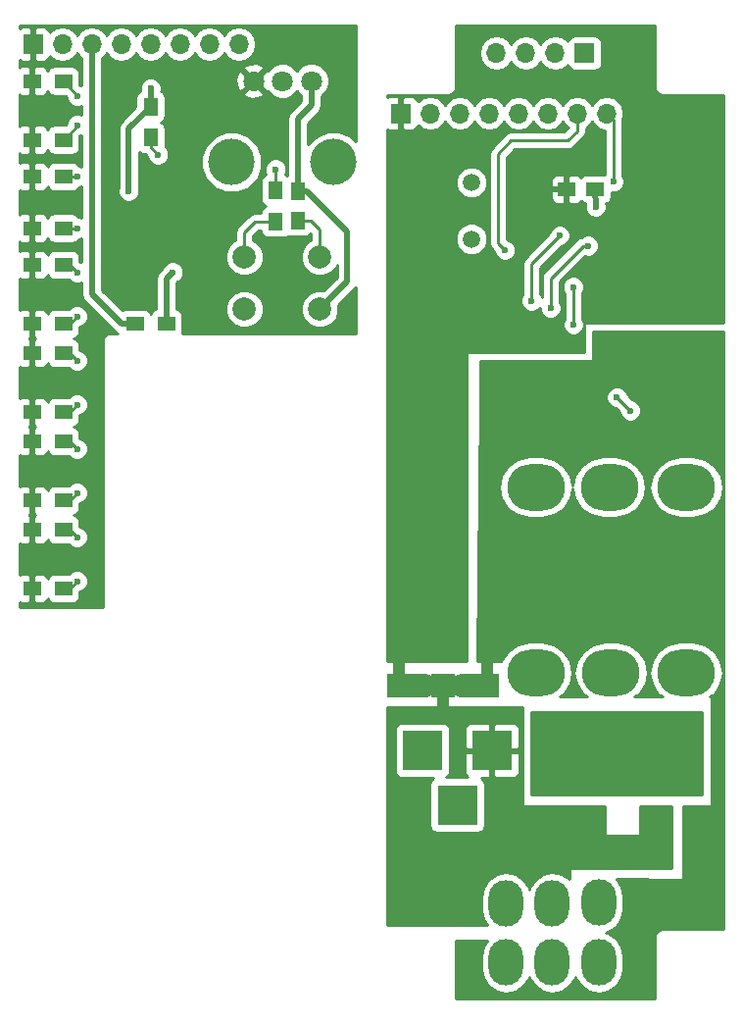
<source format=gbr>
G04 #@! TF.FileFunction,Copper,L2,Bot,Signal*
%FSLAX46Y46*%
G04 Gerber Fmt 4.6, Leading zero omitted, Abs format (unit mm)*
G04 Created by KiCad (PCBNEW 4.0.7) date 03/11/18 00:16:20*
%MOMM*%
%LPD*%
G01*
G04 APERTURE LIST*
%ADD10C,0.100000*%
%ADD11C,2.000000*%
%ADD12C,0.600000*%
%ADD13C,1.800000*%
%ADD14C,4.000000*%
%ADD15R,3.500000X3.500000*%
%ADD16R,1.700000X1.700000*%
%ADD17O,1.700000X1.700000*%
%ADD18O,5.000000X4.000000*%
%ADD19R,1.500000X1.300000*%
%ADD20C,2.000000*%
%ADD21C,1.500000*%
%ADD22R,1.500000X1.250000*%
%ADD23R,1.250000X1.500000*%
%ADD24R,1.300000X1.500000*%
%ADD25R,1.998980X1.998980*%
%ADD26O,3.000000X4.000000*%
%ADD27C,1.000000*%
%ADD28C,0.500000*%
%ADD29C,0.250000*%
%ADD30C,0.254000*%
G04 APERTURE END LIST*
D10*
D11*
X127913000Y-110109000D02*
X129413000Y-110109000D01*
X133985000Y-110109000D02*
X132485000Y-110109000D01*
D12*
X149240000Y-113169700D03*
X147840000Y-113169700D03*
X146440000Y-113169700D03*
X145040000Y-113169700D03*
X143640000Y-113169700D03*
X152136300Y-118769700D03*
X150736300Y-118769700D03*
X152136300Y-117369700D03*
X150736300Y-117369700D03*
X152136300Y-115969700D03*
X150736300Y-115969700D03*
X152136300Y-114569700D03*
X150736300Y-114569700D03*
X152136300Y-113169700D03*
X150736300Y-113169700D03*
X142220600Y-118769700D03*
X140820600Y-118769700D03*
X139420600Y-118769700D03*
X142220600Y-117369700D03*
X140820600Y-117369700D03*
X139420600Y-117369700D03*
X142220600Y-115969700D03*
X140820600Y-115969700D03*
X139420600Y-115969700D03*
X142220600Y-114569700D03*
X140820600Y-114569700D03*
X139420600Y-114569700D03*
X142214600Y-113169700D03*
X140820600Y-113169700D03*
D13*
X119528600Y-57912000D03*
X117028600Y-57912000D03*
X114528600Y-57912000D03*
D14*
X121428600Y-64912000D03*
X112628600Y-64912000D03*
D15*
X135128000Y-115697000D03*
X129128000Y-115697000D03*
X132128000Y-120397000D03*
D16*
X143129000Y-55499000D03*
D17*
X140589000Y-55499000D03*
X138049000Y-55499000D03*
X135509000Y-55499000D03*
D18*
X145392000Y-108965000D03*
X145265000Y-92965000D03*
X138915000Y-108965000D03*
X138915000Y-92965000D03*
X151915000Y-92965000D03*
X151892000Y-108965000D03*
D19*
X104288600Y-78867000D03*
X106988600Y-78867000D03*
X98098600Y-62992000D03*
X95398600Y-62992000D03*
X98098600Y-70612000D03*
X95398600Y-70612000D03*
X98098600Y-78867000D03*
X95398600Y-78867000D03*
X98098600Y-86487000D03*
X95398600Y-86487000D03*
X98098600Y-94107000D03*
X95398600Y-94107000D03*
X98098600Y-101727000D03*
X95398600Y-101727000D03*
X95398600Y-57912000D03*
X98098600Y-57912000D03*
X95398600Y-66167000D03*
X98098600Y-66167000D03*
X95398600Y-73787000D03*
X98098600Y-73787000D03*
X95398600Y-81407000D03*
X98098600Y-81407000D03*
X95398600Y-89027000D03*
X98098600Y-89027000D03*
X95398600Y-96647000D03*
X98098600Y-96647000D03*
D20*
X120243600Y-73097000D03*
X120243600Y-77597000D03*
X113743600Y-73097000D03*
X113743600Y-77597000D03*
D21*
X133350000Y-66675000D03*
X133350000Y-71555000D03*
D22*
X144061500Y-67246500D03*
X141561500Y-67246500D03*
D23*
X118338600Y-67457000D03*
X118338600Y-69957000D03*
D24*
X116433600Y-67357000D03*
X116433600Y-70057000D03*
X105638600Y-60118000D03*
X105638600Y-62818000D03*
D16*
X95478600Y-54737000D03*
D17*
X98018600Y-54737000D03*
X100558600Y-54737000D03*
X103098600Y-54737000D03*
X105638600Y-54737000D03*
X108178600Y-54737000D03*
X110718600Y-54737000D03*
X113258600Y-54737000D03*
D16*
X127254000Y-60706000D03*
D17*
X129794000Y-60706000D03*
X132334000Y-60706000D03*
X134874000Y-60706000D03*
X137414000Y-60706000D03*
X139954000Y-60706000D03*
X142494000Y-60706000D03*
X145034000Y-60706000D03*
D25*
X134747000Y-110109000D03*
X130937000Y-110109000D03*
X127127000Y-110109000D03*
D12*
X139420600Y-113169700D03*
D26*
X140335000Y-128905000D03*
X140335000Y-133985000D03*
X136334500Y-133985000D03*
X136334500Y-128905000D03*
X144335500Y-128841500D03*
X144335500Y-133985000D03*
D12*
X142290800Y-123647200D03*
X136601200Y-121335800D03*
X128270000Y-129286000D03*
X144081500Y-68770500D03*
X107543600Y-74422000D03*
X99288600Y-59182000D03*
X99288600Y-61722000D03*
X99288600Y-66167000D03*
X99288600Y-70612000D03*
X99288600Y-74422000D03*
X99288600Y-78232000D03*
X99288600Y-82042000D03*
X99288600Y-85852000D03*
X99288600Y-89662000D03*
X99288600Y-93472000D03*
X99288600Y-97282000D03*
X99288600Y-101092000D03*
X142163800Y-78943200D03*
X142138400Y-75692000D03*
X140970000Y-71247000D03*
X138531600Y-76885800D03*
X145605500Y-66611500D03*
X143408400Y-72136000D03*
X140182600Y-77495400D03*
X136245600Y-72517000D03*
X106273600Y-64262000D03*
X105638600Y-58547000D03*
X103733600Y-67437000D03*
X108813600Y-59817000D03*
X109448600Y-78232000D03*
X104368600Y-70612000D03*
X108813600Y-58547000D03*
X108813600Y-61087000D03*
X116433600Y-65532000D03*
X147066000Y-86360000D03*
X145923000Y-85217000D03*
X145732500Y-68834000D03*
X129540000Y-69024500D03*
X139954000Y-69596000D03*
X139954000Y-68008500D03*
X140208000Y-83439000D03*
D27*
X130937000Y-110109000D02*
X130937000Y-112903000D01*
D28*
X144061500Y-67246500D02*
X144081500Y-68770500D01*
X106988600Y-78867000D02*
X106988600Y-74977000D01*
X106988600Y-74977000D02*
X107543600Y-74422000D01*
D29*
X99288600Y-59182000D02*
X98098600Y-57912000D01*
X99288600Y-61722000D02*
X98098600Y-62992000D01*
X99288600Y-66167000D02*
X98098600Y-66167000D01*
X98098600Y-70612000D02*
X99288600Y-70612000D01*
X99288600Y-74422000D02*
X98653600Y-73787000D01*
X98653600Y-73787000D02*
X98098600Y-73787000D01*
X99288600Y-78232000D02*
X98653600Y-78867000D01*
X98653600Y-78867000D02*
X98098600Y-78867000D01*
X99288600Y-82042000D02*
X98653600Y-81407000D01*
X98653600Y-81407000D02*
X98098600Y-81407000D01*
X99288600Y-85852000D02*
X98653600Y-86487000D01*
X98653600Y-86487000D02*
X98098600Y-86487000D01*
X99288600Y-89662000D02*
X98653600Y-89027000D01*
X98653600Y-89027000D02*
X98098600Y-89027000D01*
X99288600Y-93472000D02*
X98653600Y-94107000D01*
X98653600Y-94107000D02*
X98098600Y-94107000D01*
X99288600Y-97282000D02*
X98653600Y-96647000D01*
X98653600Y-96647000D02*
X98098600Y-96647000D01*
X99288600Y-101092000D02*
X98653600Y-101727000D01*
X98653600Y-101727000D02*
X98098600Y-101727000D01*
X142163800Y-75717400D02*
X142163800Y-78943200D01*
X142138400Y-75692000D02*
X142163800Y-75717400D01*
X138506200Y-73710800D02*
X140970000Y-71247000D01*
X138506200Y-76860400D02*
X138506200Y-73710800D01*
X138531600Y-76885800D02*
X138506200Y-76860400D01*
X145605500Y-66611500D02*
X145605500Y-61277500D01*
X145605500Y-61277500D02*
X145034000Y-60706000D01*
X142976600Y-72136000D02*
X143408400Y-72136000D01*
X140182600Y-74930000D02*
X142976600Y-72136000D01*
X140182600Y-77495400D02*
X140182600Y-74930000D01*
X142494000Y-62230000D02*
X142494000Y-60706000D01*
X141655800Y-63068200D02*
X142494000Y-62230000D01*
X136779000Y-63068200D02*
X141655800Y-63068200D01*
X135636000Y-64211200D02*
X136779000Y-63068200D01*
X135636000Y-71907400D02*
X135636000Y-64211200D01*
X136245600Y-72517000D02*
X135636000Y-71907400D01*
X118338600Y-69957000D02*
X119461600Y-69957000D01*
X120243600Y-70739000D02*
X120243600Y-73097000D01*
X119461600Y-69957000D02*
X120243600Y-70739000D01*
X113743600Y-73097000D02*
X113743600Y-70965200D01*
X114651800Y-70057000D02*
X116433600Y-70057000D01*
X113743600Y-70965200D02*
X114651800Y-70057000D01*
X106273600Y-64262000D02*
X105638600Y-63627000D01*
X105638600Y-63627000D02*
X105638600Y-62818000D01*
D28*
X118338600Y-67457000D02*
X119171400Y-67457000D01*
X122605800Y-75234800D02*
X120243600Y-77597000D01*
X122605800Y-70891400D02*
X122605800Y-75234800D01*
X119171400Y-67457000D02*
X122605800Y-70891400D01*
X118338600Y-67457000D02*
X118338600Y-61188600D01*
X119528600Y-59998600D02*
X119528600Y-57912000D01*
X118338600Y-61188600D02*
X119528600Y-59998600D01*
X103733600Y-67437000D02*
X103733600Y-62023000D01*
X103733600Y-62023000D02*
X105638600Y-60118000D01*
X105638600Y-58547000D02*
X105638600Y-60118000D01*
D29*
X98018600Y-54737000D02*
X98018600Y-54102000D01*
X98018600Y-55372000D02*
X98018600Y-54737000D01*
D28*
X100558600Y-54737000D02*
X100558600Y-76327000D01*
X103098600Y-78867000D02*
X104288600Y-78867000D01*
X100558600Y-76327000D02*
X103098600Y-78867000D01*
D29*
X116433600Y-67357000D02*
X116433600Y-65532000D01*
X145923000Y-85217000D02*
X147066000Y-86360000D01*
D27*
X127127000Y-110109000D02*
X127127000Y-107442000D01*
X134747000Y-110109000D02*
X134747000Y-107442000D01*
D30*
G36*
X123343600Y-63100636D02*
X122923157Y-62679458D01*
X121955033Y-62277458D01*
X120906766Y-62276543D01*
X119937942Y-62676853D01*
X119223600Y-63389949D01*
X119223600Y-61555180D01*
X120154387Y-60624392D01*
X120154390Y-60624390D01*
X120346233Y-60337275D01*
X120413601Y-59998600D01*
X120413600Y-59998595D01*
X120413600Y-59197468D01*
X120829151Y-58782643D01*
X121063333Y-58218670D01*
X121063865Y-57608009D01*
X120830668Y-57043629D01*
X120399243Y-56611449D01*
X119835270Y-56377267D01*
X119224609Y-56376735D01*
X118660229Y-56609932D01*
X118278312Y-56991182D01*
X117899243Y-56611449D01*
X117335270Y-56377267D01*
X116724609Y-56376735D01*
X116160229Y-56609932D01*
X115728049Y-57041357D01*
X115724306Y-57050372D01*
X115608759Y-57011446D01*
X114708205Y-57912000D01*
X115608759Y-58812554D01*
X115723814Y-58773793D01*
X115726532Y-58780371D01*
X116157957Y-59212551D01*
X116721930Y-59446733D01*
X117332591Y-59447265D01*
X117896971Y-59214068D01*
X118278888Y-58832818D01*
X118643600Y-59198169D01*
X118643600Y-59632021D01*
X117712810Y-60562810D01*
X117520967Y-60849925D01*
X117520967Y-60849926D01*
X117453599Y-61188600D01*
X117453600Y-61188605D01*
X117453600Y-66091270D01*
X117335490Y-66010569D01*
X117254126Y-65994092D01*
X117368438Y-65718799D01*
X117368762Y-65346833D01*
X117226717Y-65003057D01*
X116963927Y-64739808D01*
X116620399Y-64597162D01*
X116248433Y-64596838D01*
X115904657Y-64738883D01*
X115641408Y-65001673D01*
X115498762Y-65345201D01*
X115498438Y-65717167D01*
X115611939Y-65991860D01*
X115548283Y-66003838D01*
X115332159Y-66142910D01*
X115187169Y-66355110D01*
X115136160Y-66607000D01*
X115136160Y-68107000D01*
X115180438Y-68342317D01*
X115319510Y-68558441D01*
X115531710Y-68703431D01*
X115544797Y-68706081D01*
X115332159Y-68842910D01*
X115187169Y-69055110D01*
X115138185Y-69297000D01*
X114651800Y-69297000D01*
X114360961Y-69354852D01*
X114114399Y-69519599D01*
X113206199Y-70427799D01*
X113041452Y-70674361D01*
X112983600Y-70965200D01*
X112983600Y-71641953D01*
X112818657Y-71710106D01*
X112358322Y-72169637D01*
X112108884Y-72770352D01*
X112108316Y-73420795D01*
X112356706Y-74021943D01*
X112816237Y-74482278D01*
X113416952Y-74731716D01*
X114067395Y-74732284D01*
X114668543Y-74483894D01*
X115128878Y-74024363D01*
X115378316Y-73423648D01*
X115378884Y-72773205D01*
X115130494Y-72172057D01*
X114670963Y-71711722D01*
X114503600Y-71642227D01*
X114503600Y-71280002D01*
X114966602Y-70817000D01*
X115138042Y-70817000D01*
X115180438Y-71042317D01*
X115319510Y-71258441D01*
X115531710Y-71403431D01*
X115783600Y-71454440D01*
X117083600Y-71454440D01*
X117318917Y-71410162D01*
X117479259Y-71306985D01*
X117713600Y-71354440D01*
X118963600Y-71354440D01*
X119198917Y-71310162D01*
X119415041Y-71171090D01*
X119483600Y-71070751D01*
X119483600Y-71641953D01*
X119318657Y-71710106D01*
X118858322Y-72169637D01*
X118608884Y-72770352D01*
X118608316Y-73420795D01*
X118856706Y-74021943D01*
X119316237Y-74482278D01*
X119916952Y-74731716D01*
X120567395Y-74732284D01*
X121168543Y-74483894D01*
X121628878Y-74024363D01*
X121720800Y-73802990D01*
X121720800Y-74868221D01*
X120610163Y-75978858D01*
X120570248Y-75962284D01*
X119919805Y-75961716D01*
X119318657Y-76210106D01*
X118858322Y-76669637D01*
X118608884Y-77270352D01*
X118608316Y-77920795D01*
X118856706Y-78521943D01*
X119316237Y-78982278D01*
X119916952Y-79231716D01*
X120567395Y-79232284D01*
X121168543Y-78983894D01*
X121628878Y-78524363D01*
X121878316Y-77923648D01*
X121878884Y-77273205D01*
X121861368Y-77230812D01*
X123231587Y-75860592D01*
X123231590Y-75860590D01*
X123343600Y-75692954D01*
X123343600Y-79681000D01*
X108352829Y-79681000D01*
X108386040Y-79517000D01*
X108386040Y-78217000D01*
X108341762Y-77981683D01*
X108302582Y-77920795D01*
X112108316Y-77920795D01*
X112356706Y-78521943D01*
X112816237Y-78982278D01*
X113416952Y-79231716D01*
X114067395Y-79232284D01*
X114668543Y-78983894D01*
X115128878Y-78524363D01*
X115378316Y-77923648D01*
X115378884Y-77273205D01*
X115130494Y-76672057D01*
X114670963Y-76211722D01*
X114070248Y-75962284D01*
X113419805Y-75961716D01*
X112818657Y-76210106D01*
X112358322Y-76669637D01*
X112108884Y-77270352D01*
X112108316Y-77920795D01*
X108302582Y-77920795D01*
X108202690Y-77765559D01*
X107990490Y-77620569D01*
X107873600Y-77596898D01*
X107873600Y-75343580D01*
X107952435Y-75264745D01*
X108072543Y-75215117D01*
X108335792Y-74952327D01*
X108478438Y-74608799D01*
X108478762Y-74236833D01*
X108336717Y-73893057D01*
X108073927Y-73629808D01*
X107730399Y-73487162D01*
X107358433Y-73486838D01*
X107014657Y-73628883D01*
X106751408Y-73891673D01*
X106701034Y-74012987D01*
X106362810Y-74351210D01*
X106170967Y-74638325D01*
X106170967Y-74638326D01*
X106103599Y-74977000D01*
X106103600Y-74977005D01*
X106103600Y-77594962D01*
X106003283Y-77613838D01*
X105787159Y-77752910D01*
X105642169Y-77965110D01*
X105639519Y-77978197D01*
X105502690Y-77765559D01*
X105290490Y-77620569D01*
X105038600Y-77569560D01*
X103538600Y-77569560D01*
X103303283Y-77613838D01*
X103177778Y-77694598D01*
X101443600Y-75960420D01*
X101443600Y-67622167D01*
X102798438Y-67622167D01*
X102940483Y-67965943D01*
X103203273Y-68229192D01*
X103546801Y-68371838D01*
X103918767Y-68372162D01*
X104262543Y-68230117D01*
X104525792Y-67967327D01*
X104668438Y-67623799D01*
X104668762Y-67251833D01*
X104618600Y-67130431D01*
X104618600Y-65433834D01*
X109993143Y-65433834D01*
X110393453Y-66402658D01*
X111134043Y-67144542D01*
X112102167Y-67546542D01*
X113150434Y-67547457D01*
X114119258Y-67147147D01*
X114861142Y-66406557D01*
X115263142Y-65438433D01*
X115264057Y-64390166D01*
X114863747Y-63421342D01*
X114123157Y-62679458D01*
X113155033Y-62277458D01*
X112106766Y-62276543D01*
X111137942Y-62676853D01*
X110396058Y-63417443D01*
X109994058Y-64385567D01*
X109993143Y-65433834D01*
X104618600Y-65433834D01*
X104618600Y-64083730D01*
X104736710Y-64164431D01*
X104988600Y-64215440D01*
X105152238Y-64215440D01*
X105338478Y-64401680D01*
X105338438Y-64447167D01*
X105480483Y-64790943D01*
X105743273Y-65054192D01*
X106086801Y-65196838D01*
X106458767Y-65197162D01*
X106802543Y-65055117D01*
X107065792Y-64792327D01*
X107208438Y-64448799D01*
X107208762Y-64076833D01*
X107066717Y-63733057D01*
X106930290Y-63596392D01*
X106936040Y-63568000D01*
X106936040Y-62068000D01*
X106891762Y-61832683D01*
X106752690Y-61616559D01*
X106540490Y-61471569D01*
X106527403Y-61468919D01*
X106740041Y-61332090D01*
X106885031Y-61119890D01*
X106936040Y-60868000D01*
X106936040Y-59368000D01*
X106891762Y-59132683D01*
X106801338Y-58992159D01*
X113628046Y-58992159D01*
X113714452Y-59248643D01*
X114287936Y-59458458D01*
X114898060Y-59432839D01*
X115342748Y-59248643D01*
X115429154Y-58992159D01*
X114528600Y-58091605D01*
X113628046Y-58992159D01*
X106801338Y-58992159D01*
X106752690Y-58916559D01*
X106553939Y-58780758D01*
X106573438Y-58733799D01*
X106573762Y-58361833D01*
X106431717Y-58018057D01*
X106168927Y-57754808D01*
X105967906Y-57671336D01*
X112982142Y-57671336D01*
X113007761Y-58281460D01*
X113191957Y-58726148D01*
X113448441Y-58812554D01*
X114348995Y-57912000D01*
X113448441Y-57011446D01*
X113191957Y-57097852D01*
X112982142Y-57671336D01*
X105967906Y-57671336D01*
X105825399Y-57612162D01*
X105453433Y-57611838D01*
X105109657Y-57753883D01*
X104846408Y-58016673D01*
X104703762Y-58360201D01*
X104703438Y-58732167D01*
X104724571Y-58783314D01*
X104537159Y-58903910D01*
X104392169Y-59116110D01*
X104341160Y-59368000D01*
X104341160Y-60163861D01*
X103107810Y-61397210D01*
X102915967Y-61684325D01*
X102911457Y-61707000D01*
X102848599Y-62023000D01*
X102848600Y-62023005D01*
X102848600Y-67130178D01*
X102798762Y-67250201D01*
X102798438Y-67622167D01*
X101443600Y-67622167D01*
X101443600Y-56831841D01*
X113628046Y-56831841D01*
X114528600Y-57732395D01*
X115429154Y-56831841D01*
X115342748Y-56575357D01*
X114769264Y-56365542D01*
X114159140Y-56391161D01*
X113714452Y-56575357D01*
X113628046Y-56831841D01*
X101443600Y-56831841D01*
X101443600Y-55926432D01*
X101608654Y-55816147D01*
X101828600Y-55486974D01*
X102048546Y-55816147D01*
X102530315Y-56138054D01*
X103098600Y-56251093D01*
X103666885Y-56138054D01*
X104148654Y-55816147D01*
X104368600Y-55486974D01*
X104588546Y-55816147D01*
X105070315Y-56138054D01*
X105638600Y-56251093D01*
X106206885Y-56138054D01*
X106688654Y-55816147D01*
X106908600Y-55486974D01*
X107128546Y-55816147D01*
X107610315Y-56138054D01*
X108178600Y-56251093D01*
X108746885Y-56138054D01*
X109228654Y-55816147D01*
X109448600Y-55486974D01*
X109668546Y-55816147D01*
X110150315Y-56138054D01*
X110718600Y-56251093D01*
X111286885Y-56138054D01*
X111768654Y-55816147D01*
X111988600Y-55486974D01*
X112208546Y-55816147D01*
X112690315Y-56138054D01*
X113258600Y-56251093D01*
X113826885Y-56138054D01*
X114308654Y-55816147D01*
X114630561Y-55334378D01*
X114743600Y-54766093D01*
X114743600Y-54707907D01*
X114630561Y-54139622D01*
X114308654Y-53657853D01*
X113826885Y-53335946D01*
X113258600Y-53222907D01*
X112690315Y-53335946D01*
X112208546Y-53657853D01*
X111988600Y-53987026D01*
X111768654Y-53657853D01*
X111286885Y-53335946D01*
X110718600Y-53222907D01*
X110150315Y-53335946D01*
X109668546Y-53657853D01*
X109448600Y-53987026D01*
X109228654Y-53657853D01*
X108746885Y-53335946D01*
X108178600Y-53222907D01*
X107610315Y-53335946D01*
X107128546Y-53657853D01*
X106908600Y-53987026D01*
X106688654Y-53657853D01*
X106206885Y-53335946D01*
X105638600Y-53222907D01*
X105070315Y-53335946D01*
X104588546Y-53657853D01*
X104368600Y-53987026D01*
X104148654Y-53657853D01*
X103666885Y-53335946D01*
X103098600Y-53222907D01*
X102530315Y-53335946D01*
X102048546Y-53657853D01*
X101828600Y-53987026D01*
X101608654Y-53657853D01*
X101126885Y-53335946D01*
X100558600Y-53222907D01*
X99990315Y-53335946D01*
X99508546Y-53657853D01*
X99288600Y-53987026D01*
X99068654Y-53657853D01*
X98586885Y-53335946D01*
X98018600Y-53222907D01*
X97450315Y-53335946D01*
X96968546Y-53657853D01*
X96939197Y-53701777D01*
X96866927Y-53527302D01*
X96688299Y-53348673D01*
X96454910Y-53252000D01*
X95764350Y-53252000D01*
X95605600Y-53410750D01*
X95605600Y-54610000D01*
X95625600Y-54610000D01*
X95625600Y-54864000D01*
X95605600Y-54864000D01*
X95605600Y-56063250D01*
X95764350Y-56222000D01*
X96454910Y-56222000D01*
X96688299Y-56125327D01*
X96866927Y-55946698D01*
X96939197Y-55772223D01*
X96968546Y-55816147D01*
X97450315Y-56138054D01*
X98018600Y-56251093D01*
X98586885Y-56138054D01*
X99068654Y-55816147D01*
X99288600Y-55486974D01*
X99508546Y-55816147D01*
X99673600Y-55926432D01*
X99673600Y-58329463D01*
X99496040Y-58255733D01*
X99496040Y-57262000D01*
X99451762Y-57026683D01*
X99312690Y-56810559D01*
X99100490Y-56665569D01*
X98848600Y-56614560D01*
X97348600Y-56614560D01*
X97113283Y-56658838D01*
X96897159Y-56797910D01*
X96752169Y-57010110D01*
X96745409Y-57043490D01*
X96686927Y-56902301D01*
X96508298Y-56723673D01*
X96274909Y-56627000D01*
X95684350Y-56627000D01*
X95525600Y-56785750D01*
X95525600Y-57785000D01*
X95545600Y-57785000D01*
X95545600Y-58039000D01*
X95525600Y-58039000D01*
X95525600Y-59038250D01*
X95684350Y-59197000D01*
X96274909Y-59197000D01*
X96508298Y-59100327D01*
X96686927Y-58921699D01*
X96743254Y-58785713D01*
X96745438Y-58797317D01*
X96884510Y-59013441D01*
X97096710Y-59158431D01*
X97348600Y-59209440D01*
X98272811Y-59209440D01*
X98353500Y-59295554D01*
X98353438Y-59367167D01*
X98495483Y-59710943D01*
X98758273Y-59974192D01*
X99101801Y-60116838D01*
X99473767Y-60117162D01*
X99673600Y-60034593D01*
X99673600Y-60869463D01*
X99475399Y-60787162D01*
X99103433Y-60786838D01*
X98759657Y-60928883D01*
X98496408Y-61191673D01*
X98353762Y-61535201D01*
X98353698Y-61608234D01*
X98272811Y-61694560D01*
X97348600Y-61694560D01*
X97113283Y-61738838D01*
X96897159Y-61877910D01*
X96752169Y-62090110D01*
X96745409Y-62123490D01*
X96686927Y-61982301D01*
X96508298Y-61803673D01*
X96274909Y-61707000D01*
X95684350Y-61707000D01*
X95525600Y-61865750D01*
X95525600Y-62865000D01*
X95545600Y-62865000D01*
X95545600Y-63119000D01*
X95525600Y-63119000D01*
X95525600Y-64118250D01*
X95684350Y-64277000D01*
X96274909Y-64277000D01*
X96508298Y-64180327D01*
X96686927Y-64001699D01*
X96743254Y-63865713D01*
X96745438Y-63877317D01*
X96884510Y-64093441D01*
X97096710Y-64238431D01*
X97348600Y-64289440D01*
X98848600Y-64289440D01*
X99083917Y-64245162D01*
X99300041Y-64106090D01*
X99445031Y-63893890D01*
X99496040Y-63642000D01*
X99496040Y-62647959D01*
X99673600Y-62574593D01*
X99673600Y-65314463D01*
X99475399Y-65232162D01*
X99419865Y-65232114D01*
X99312690Y-65065559D01*
X99100490Y-64920569D01*
X98848600Y-64869560D01*
X97348600Y-64869560D01*
X97113283Y-64913838D01*
X96897159Y-65052910D01*
X96752169Y-65265110D01*
X96745409Y-65298490D01*
X96686927Y-65157301D01*
X96508298Y-64978673D01*
X96274909Y-64882000D01*
X95684350Y-64882000D01*
X95525600Y-65040750D01*
X95525600Y-66040000D01*
X95545600Y-66040000D01*
X95545600Y-66294000D01*
X95525600Y-66294000D01*
X95525600Y-67293250D01*
X95684350Y-67452000D01*
X96274909Y-67452000D01*
X96508298Y-67355327D01*
X96686927Y-67176699D01*
X96743254Y-67040713D01*
X96745438Y-67052317D01*
X96884510Y-67268441D01*
X97096710Y-67413431D01*
X97348600Y-67464440D01*
X98848600Y-67464440D01*
X99083917Y-67420162D01*
X99300041Y-67281090D01*
X99422328Y-67102117D01*
X99473767Y-67102162D01*
X99673600Y-67019593D01*
X99673600Y-69759463D01*
X99475399Y-69677162D01*
X99419865Y-69677114D01*
X99312690Y-69510559D01*
X99100490Y-69365569D01*
X98848600Y-69314560D01*
X97348600Y-69314560D01*
X97113283Y-69358838D01*
X96897159Y-69497910D01*
X96752169Y-69710110D01*
X96745409Y-69743490D01*
X96686927Y-69602301D01*
X96508298Y-69423673D01*
X96274909Y-69327000D01*
X95684350Y-69327000D01*
X95525600Y-69485750D01*
X95525600Y-70485000D01*
X95545600Y-70485000D01*
X95545600Y-70739000D01*
X95525600Y-70739000D01*
X95525600Y-71738250D01*
X95684350Y-71897000D01*
X96274909Y-71897000D01*
X96508298Y-71800327D01*
X96686927Y-71621699D01*
X96743254Y-71485713D01*
X96745438Y-71497317D01*
X96884510Y-71713441D01*
X97096710Y-71858431D01*
X97348600Y-71909440D01*
X98848600Y-71909440D01*
X99083917Y-71865162D01*
X99300041Y-71726090D01*
X99422328Y-71547117D01*
X99473767Y-71547162D01*
X99673600Y-71464593D01*
X99673600Y-73569463D01*
X99496040Y-73495733D01*
X99496040Y-73137000D01*
X99451762Y-72901683D01*
X99312690Y-72685559D01*
X99100490Y-72540569D01*
X98848600Y-72489560D01*
X97348600Y-72489560D01*
X97113283Y-72533838D01*
X96897159Y-72672910D01*
X96752169Y-72885110D01*
X96745409Y-72918490D01*
X96686927Y-72777301D01*
X96508298Y-72598673D01*
X96274909Y-72502000D01*
X95684350Y-72502000D01*
X95525600Y-72660750D01*
X95525600Y-73660000D01*
X95545600Y-73660000D01*
X95545600Y-73914000D01*
X95525600Y-73914000D01*
X95525600Y-74913250D01*
X95684350Y-75072000D01*
X96274909Y-75072000D01*
X96508298Y-74975327D01*
X96686927Y-74796699D01*
X96743254Y-74660713D01*
X96745438Y-74672317D01*
X96884510Y-74888441D01*
X97096710Y-75033431D01*
X97348600Y-75084440D01*
X98628747Y-75084440D01*
X98758273Y-75214192D01*
X99101801Y-75356838D01*
X99473767Y-75357162D01*
X99673600Y-75274593D01*
X99673600Y-76326995D01*
X99673599Y-76327000D01*
X99729790Y-76609484D01*
X99740967Y-76665675D01*
X99932810Y-76952790D01*
X102472808Y-79492787D01*
X102472810Y-79492790D01*
X102754488Y-79681000D01*
X102209600Y-79681000D01*
X101937895Y-79735046D01*
X101707554Y-79888954D01*
X101553646Y-80119295D01*
X101499600Y-80391000D01*
X101499600Y-103303000D01*
X94283600Y-103303000D01*
X94283600Y-102910025D01*
X94288902Y-102915327D01*
X94522291Y-103012000D01*
X95112850Y-103012000D01*
X95271600Y-102853250D01*
X95271600Y-101854000D01*
X95251600Y-101854000D01*
X95251600Y-101600000D01*
X95271600Y-101600000D01*
X95271600Y-100600750D01*
X95525600Y-100600750D01*
X95525600Y-101600000D01*
X95545600Y-101600000D01*
X95545600Y-101854000D01*
X95525600Y-101854000D01*
X95525600Y-102853250D01*
X95684350Y-103012000D01*
X96274909Y-103012000D01*
X96508298Y-102915327D01*
X96686927Y-102736699D01*
X96743254Y-102600713D01*
X96745438Y-102612317D01*
X96884510Y-102828441D01*
X97096710Y-102973431D01*
X97348600Y-103024440D01*
X98848600Y-103024440D01*
X99083917Y-102980162D01*
X99300041Y-102841090D01*
X99445031Y-102628890D01*
X99496040Y-102377000D01*
X99496040Y-102017959D01*
X99817543Y-101885117D01*
X100080792Y-101622327D01*
X100223438Y-101278799D01*
X100223762Y-100906833D01*
X100081717Y-100563057D01*
X99818927Y-100299808D01*
X99475399Y-100157162D01*
X99103433Y-100156838D01*
X98759657Y-100298883D01*
X98628752Y-100429560D01*
X97348600Y-100429560D01*
X97113283Y-100473838D01*
X96897159Y-100612910D01*
X96752169Y-100825110D01*
X96745409Y-100858490D01*
X96686927Y-100717301D01*
X96508298Y-100538673D01*
X96274909Y-100442000D01*
X95684350Y-100442000D01*
X95525600Y-100600750D01*
X95271600Y-100600750D01*
X95112850Y-100442000D01*
X94522291Y-100442000D01*
X94288902Y-100538673D01*
X94283600Y-100543975D01*
X94283600Y-97830025D01*
X94288902Y-97835327D01*
X94522291Y-97932000D01*
X95112850Y-97932000D01*
X95271600Y-97773250D01*
X95271600Y-96774000D01*
X95251600Y-96774000D01*
X95251600Y-96520000D01*
X95271600Y-96520000D01*
X95271600Y-95520750D01*
X95127850Y-95377000D01*
X95271600Y-95233250D01*
X95271600Y-94234000D01*
X95251600Y-94234000D01*
X95251600Y-93980000D01*
X95271600Y-93980000D01*
X95271600Y-92980750D01*
X95525600Y-92980750D01*
X95525600Y-93980000D01*
X95545600Y-93980000D01*
X95545600Y-94234000D01*
X95525600Y-94234000D01*
X95525600Y-95233250D01*
X95669350Y-95377000D01*
X95525600Y-95520750D01*
X95525600Y-96520000D01*
X95545600Y-96520000D01*
X95545600Y-96774000D01*
X95525600Y-96774000D01*
X95525600Y-97773250D01*
X95684350Y-97932000D01*
X96274909Y-97932000D01*
X96508298Y-97835327D01*
X96686927Y-97656699D01*
X96743254Y-97520713D01*
X96745438Y-97532317D01*
X96884510Y-97748441D01*
X97096710Y-97893431D01*
X97348600Y-97944440D01*
X98628747Y-97944440D01*
X98758273Y-98074192D01*
X99101801Y-98216838D01*
X99473767Y-98217162D01*
X99817543Y-98075117D01*
X100080792Y-97812327D01*
X100223438Y-97468799D01*
X100223762Y-97096833D01*
X100081717Y-96753057D01*
X99818927Y-96489808D01*
X99496040Y-96355733D01*
X99496040Y-95997000D01*
X99451762Y-95761683D01*
X99312690Y-95545559D01*
X99100490Y-95400569D01*
X98989077Y-95378007D01*
X99083917Y-95360162D01*
X99300041Y-95221090D01*
X99445031Y-95008890D01*
X99496040Y-94757000D01*
X99496040Y-94397959D01*
X99817543Y-94265117D01*
X100080792Y-94002327D01*
X100223438Y-93658799D01*
X100223762Y-93286833D01*
X100081717Y-92943057D01*
X99818927Y-92679808D01*
X99475399Y-92537162D01*
X99103433Y-92536838D01*
X98759657Y-92678883D01*
X98628752Y-92809560D01*
X97348600Y-92809560D01*
X97113283Y-92853838D01*
X96897159Y-92992910D01*
X96752169Y-93205110D01*
X96745409Y-93238490D01*
X96686927Y-93097301D01*
X96508298Y-92918673D01*
X96274909Y-92822000D01*
X95684350Y-92822000D01*
X95525600Y-92980750D01*
X95271600Y-92980750D01*
X95112850Y-92822000D01*
X94522291Y-92822000D01*
X94288902Y-92918673D01*
X94283600Y-92923975D01*
X94283600Y-90210025D01*
X94288902Y-90215327D01*
X94522291Y-90312000D01*
X95112850Y-90312000D01*
X95271600Y-90153250D01*
X95271600Y-89154000D01*
X95251600Y-89154000D01*
X95251600Y-88900000D01*
X95271600Y-88900000D01*
X95271600Y-87900750D01*
X95127850Y-87757000D01*
X95271600Y-87613250D01*
X95271600Y-86614000D01*
X95251600Y-86614000D01*
X95251600Y-86360000D01*
X95271600Y-86360000D01*
X95271600Y-85360750D01*
X95525600Y-85360750D01*
X95525600Y-86360000D01*
X95545600Y-86360000D01*
X95545600Y-86614000D01*
X95525600Y-86614000D01*
X95525600Y-87613250D01*
X95669350Y-87757000D01*
X95525600Y-87900750D01*
X95525600Y-88900000D01*
X95545600Y-88900000D01*
X95545600Y-89154000D01*
X95525600Y-89154000D01*
X95525600Y-90153250D01*
X95684350Y-90312000D01*
X96274909Y-90312000D01*
X96508298Y-90215327D01*
X96686927Y-90036699D01*
X96743254Y-89900713D01*
X96745438Y-89912317D01*
X96884510Y-90128441D01*
X97096710Y-90273431D01*
X97348600Y-90324440D01*
X98628747Y-90324440D01*
X98758273Y-90454192D01*
X99101801Y-90596838D01*
X99473767Y-90597162D01*
X99817543Y-90455117D01*
X100080792Y-90192327D01*
X100223438Y-89848799D01*
X100223762Y-89476833D01*
X100081717Y-89133057D01*
X99818927Y-88869808D01*
X99496040Y-88735733D01*
X99496040Y-88377000D01*
X99451762Y-88141683D01*
X99312690Y-87925559D01*
X99100490Y-87780569D01*
X98989077Y-87758007D01*
X99083917Y-87740162D01*
X99300041Y-87601090D01*
X99445031Y-87388890D01*
X99496040Y-87137000D01*
X99496040Y-86777959D01*
X99817543Y-86645117D01*
X100080792Y-86382327D01*
X100223438Y-86038799D01*
X100223762Y-85666833D01*
X100081717Y-85323057D01*
X99818927Y-85059808D01*
X99475399Y-84917162D01*
X99103433Y-84916838D01*
X98759657Y-85058883D01*
X98628752Y-85189560D01*
X97348600Y-85189560D01*
X97113283Y-85233838D01*
X96897159Y-85372910D01*
X96752169Y-85585110D01*
X96745409Y-85618490D01*
X96686927Y-85477301D01*
X96508298Y-85298673D01*
X96274909Y-85202000D01*
X95684350Y-85202000D01*
X95525600Y-85360750D01*
X95271600Y-85360750D01*
X95112850Y-85202000D01*
X94522291Y-85202000D01*
X94288902Y-85298673D01*
X94283600Y-85303975D01*
X94283600Y-82590025D01*
X94288902Y-82595327D01*
X94522291Y-82692000D01*
X95112850Y-82692000D01*
X95271600Y-82533250D01*
X95271600Y-81534000D01*
X95251600Y-81534000D01*
X95251600Y-81280000D01*
X95271600Y-81280000D01*
X95271600Y-80280750D01*
X95127850Y-80137000D01*
X95271600Y-79993250D01*
X95271600Y-78994000D01*
X95251600Y-78994000D01*
X95251600Y-78740000D01*
X95271600Y-78740000D01*
X95271600Y-77740750D01*
X95525600Y-77740750D01*
X95525600Y-78740000D01*
X95545600Y-78740000D01*
X95545600Y-78994000D01*
X95525600Y-78994000D01*
X95525600Y-79993250D01*
X95669350Y-80137000D01*
X95525600Y-80280750D01*
X95525600Y-81280000D01*
X95545600Y-81280000D01*
X95545600Y-81534000D01*
X95525600Y-81534000D01*
X95525600Y-82533250D01*
X95684350Y-82692000D01*
X96274909Y-82692000D01*
X96508298Y-82595327D01*
X96686927Y-82416699D01*
X96743254Y-82280713D01*
X96745438Y-82292317D01*
X96884510Y-82508441D01*
X97096710Y-82653431D01*
X97348600Y-82704440D01*
X98628747Y-82704440D01*
X98758273Y-82834192D01*
X99101801Y-82976838D01*
X99473767Y-82977162D01*
X99817543Y-82835117D01*
X100080792Y-82572327D01*
X100223438Y-82228799D01*
X100223762Y-81856833D01*
X100081717Y-81513057D01*
X99818927Y-81249808D01*
X99496040Y-81115733D01*
X99496040Y-80757000D01*
X99451762Y-80521683D01*
X99312690Y-80305559D01*
X99100490Y-80160569D01*
X98989077Y-80138007D01*
X99083917Y-80120162D01*
X99300041Y-79981090D01*
X99445031Y-79768890D01*
X99496040Y-79517000D01*
X99496040Y-79157959D01*
X99817543Y-79025117D01*
X100080792Y-78762327D01*
X100223438Y-78418799D01*
X100223762Y-78046833D01*
X100081717Y-77703057D01*
X99818927Y-77439808D01*
X99475399Y-77297162D01*
X99103433Y-77296838D01*
X98759657Y-77438883D01*
X98628752Y-77569560D01*
X97348600Y-77569560D01*
X97113283Y-77613838D01*
X96897159Y-77752910D01*
X96752169Y-77965110D01*
X96745409Y-77998490D01*
X96686927Y-77857301D01*
X96508298Y-77678673D01*
X96274909Y-77582000D01*
X95684350Y-77582000D01*
X95525600Y-77740750D01*
X95271600Y-77740750D01*
X95112850Y-77582000D01*
X94522291Y-77582000D01*
X94288902Y-77678673D01*
X94283600Y-77683975D01*
X94283600Y-74970025D01*
X94288902Y-74975327D01*
X94522291Y-75072000D01*
X95112850Y-75072000D01*
X95271600Y-74913250D01*
X95271600Y-73914000D01*
X95251600Y-73914000D01*
X95251600Y-73660000D01*
X95271600Y-73660000D01*
X95271600Y-72660750D01*
X95112850Y-72502000D01*
X94522291Y-72502000D01*
X94288902Y-72598673D01*
X94283600Y-72603975D01*
X94283600Y-71795025D01*
X94288902Y-71800327D01*
X94522291Y-71897000D01*
X95112850Y-71897000D01*
X95271600Y-71738250D01*
X95271600Y-70739000D01*
X95251600Y-70739000D01*
X95251600Y-70485000D01*
X95271600Y-70485000D01*
X95271600Y-69485750D01*
X95112850Y-69327000D01*
X94522291Y-69327000D01*
X94288902Y-69423673D01*
X94283600Y-69428975D01*
X94283600Y-67350025D01*
X94288902Y-67355327D01*
X94522291Y-67452000D01*
X95112850Y-67452000D01*
X95271600Y-67293250D01*
X95271600Y-66294000D01*
X95251600Y-66294000D01*
X95251600Y-66040000D01*
X95271600Y-66040000D01*
X95271600Y-65040750D01*
X95112850Y-64882000D01*
X94522291Y-64882000D01*
X94288902Y-64978673D01*
X94283600Y-64983975D01*
X94283600Y-64175025D01*
X94288902Y-64180327D01*
X94522291Y-64277000D01*
X95112850Y-64277000D01*
X95271600Y-64118250D01*
X95271600Y-63119000D01*
X95251600Y-63119000D01*
X95251600Y-62865000D01*
X95271600Y-62865000D01*
X95271600Y-61865750D01*
X95112850Y-61707000D01*
X94522291Y-61707000D01*
X94288902Y-61803673D01*
X94283600Y-61808975D01*
X94283600Y-59095025D01*
X94288902Y-59100327D01*
X94522291Y-59197000D01*
X95112850Y-59197000D01*
X95271600Y-59038250D01*
X95271600Y-58039000D01*
X95251600Y-58039000D01*
X95251600Y-57785000D01*
X95271600Y-57785000D01*
X95271600Y-56785750D01*
X95112850Y-56627000D01*
X94522291Y-56627000D01*
X94288902Y-56723673D01*
X94283600Y-56728975D01*
X94283600Y-56131416D01*
X94502290Y-56222000D01*
X95192850Y-56222000D01*
X95351600Y-56063250D01*
X95351600Y-54864000D01*
X95331600Y-54864000D01*
X95331600Y-54610000D01*
X95351600Y-54610000D01*
X95351600Y-53410750D01*
X95192850Y-53252000D01*
X94502290Y-53252000D01*
X94283600Y-53342584D01*
X94283600Y-53161000D01*
X123343600Y-53161000D01*
X123343600Y-63100636D01*
X123343600Y-63100636D01*
G37*
X123343600Y-63100636D02*
X122923157Y-62679458D01*
X121955033Y-62277458D01*
X120906766Y-62276543D01*
X119937942Y-62676853D01*
X119223600Y-63389949D01*
X119223600Y-61555180D01*
X120154387Y-60624392D01*
X120154390Y-60624390D01*
X120346233Y-60337275D01*
X120413601Y-59998600D01*
X120413600Y-59998595D01*
X120413600Y-59197468D01*
X120829151Y-58782643D01*
X121063333Y-58218670D01*
X121063865Y-57608009D01*
X120830668Y-57043629D01*
X120399243Y-56611449D01*
X119835270Y-56377267D01*
X119224609Y-56376735D01*
X118660229Y-56609932D01*
X118278312Y-56991182D01*
X117899243Y-56611449D01*
X117335270Y-56377267D01*
X116724609Y-56376735D01*
X116160229Y-56609932D01*
X115728049Y-57041357D01*
X115724306Y-57050372D01*
X115608759Y-57011446D01*
X114708205Y-57912000D01*
X115608759Y-58812554D01*
X115723814Y-58773793D01*
X115726532Y-58780371D01*
X116157957Y-59212551D01*
X116721930Y-59446733D01*
X117332591Y-59447265D01*
X117896971Y-59214068D01*
X118278888Y-58832818D01*
X118643600Y-59198169D01*
X118643600Y-59632021D01*
X117712810Y-60562810D01*
X117520967Y-60849925D01*
X117520967Y-60849926D01*
X117453599Y-61188600D01*
X117453600Y-61188605D01*
X117453600Y-66091270D01*
X117335490Y-66010569D01*
X117254126Y-65994092D01*
X117368438Y-65718799D01*
X117368762Y-65346833D01*
X117226717Y-65003057D01*
X116963927Y-64739808D01*
X116620399Y-64597162D01*
X116248433Y-64596838D01*
X115904657Y-64738883D01*
X115641408Y-65001673D01*
X115498762Y-65345201D01*
X115498438Y-65717167D01*
X115611939Y-65991860D01*
X115548283Y-66003838D01*
X115332159Y-66142910D01*
X115187169Y-66355110D01*
X115136160Y-66607000D01*
X115136160Y-68107000D01*
X115180438Y-68342317D01*
X115319510Y-68558441D01*
X115531710Y-68703431D01*
X115544797Y-68706081D01*
X115332159Y-68842910D01*
X115187169Y-69055110D01*
X115138185Y-69297000D01*
X114651800Y-69297000D01*
X114360961Y-69354852D01*
X114114399Y-69519599D01*
X113206199Y-70427799D01*
X113041452Y-70674361D01*
X112983600Y-70965200D01*
X112983600Y-71641953D01*
X112818657Y-71710106D01*
X112358322Y-72169637D01*
X112108884Y-72770352D01*
X112108316Y-73420795D01*
X112356706Y-74021943D01*
X112816237Y-74482278D01*
X113416952Y-74731716D01*
X114067395Y-74732284D01*
X114668543Y-74483894D01*
X115128878Y-74024363D01*
X115378316Y-73423648D01*
X115378884Y-72773205D01*
X115130494Y-72172057D01*
X114670963Y-71711722D01*
X114503600Y-71642227D01*
X114503600Y-71280002D01*
X114966602Y-70817000D01*
X115138042Y-70817000D01*
X115180438Y-71042317D01*
X115319510Y-71258441D01*
X115531710Y-71403431D01*
X115783600Y-71454440D01*
X117083600Y-71454440D01*
X117318917Y-71410162D01*
X117479259Y-71306985D01*
X117713600Y-71354440D01*
X118963600Y-71354440D01*
X119198917Y-71310162D01*
X119415041Y-71171090D01*
X119483600Y-71070751D01*
X119483600Y-71641953D01*
X119318657Y-71710106D01*
X118858322Y-72169637D01*
X118608884Y-72770352D01*
X118608316Y-73420795D01*
X118856706Y-74021943D01*
X119316237Y-74482278D01*
X119916952Y-74731716D01*
X120567395Y-74732284D01*
X121168543Y-74483894D01*
X121628878Y-74024363D01*
X121720800Y-73802990D01*
X121720800Y-74868221D01*
X120610163Y-75978858D01*
X120570248Y-75962284D01*
X119919805Y-75961716D01*
X119318657Y-76210106D01*
X118858322Y-76669637D01*
X118608884Y-77270352D01*
X118608316Y-77920795D01*
X118856706Y-78521943D01*
X119316237Y-78982278D01*
X119916952Y-79231716D01*
X120567395Y-79232284D01*
X121168543Y-78983894D01*
X121628878Y-78524363D01*
X121878316Y-77923648D01*
X121878884Y-77273205D01*
X121861368Y-77230812D01*
X123231587Y-75860592D01*
X123231590Y-75860590D01*
X123343600Y-75692954D01*
X123343600Y-79681000D01*
X108352829Y-79681000D01*
X108386040Y-79517000D01*
X108386040Y-78217000D01*
X108341762Y-77981683D01*
X108302582Y-77920795D01*
X112108316Y-77920795D01*
X112356706Y-78521943D01*
X112816237Y-78982278D01*
X113416952Y-79231716D01*
X114067395Y-79232284D01*
X114668543Y-78983894D01*
X115128878Y-78524363D01*
X115378316Y-77923648D01*
X115378884Y-77273205D01*
X115130494Y-76672057D01*
X114670963Y-76211722D01*
X114070248Y-75962284D01*
X113419805Y-75961716D01*
X112818657Y-76210106D01*
X112358322Y-76669637D01*
X112108884Y-77270352D01*
X112108316Y-77920795D01*
X108302582Y-77920795D01*
X108202690Y-77765559D01*
X107990490Y-77620569D01*
X107873600Y-77596898D01*
X107873600Y-75343580D01*
X107952435Y-75264745D01*
X108072543Y-75215117D01*
X108335792Y-74952327D01*
X108478438Y-74608799D01*
X108478762Y-74236833D01*
X108336717Y-73893057D01*
X108073927Y-73629808D01*
X107730399Y-73487162D01*
X107358433Y-73486838D01*
X107014657Y-73628883D01*
X106751408Y-73891673D01*
X106701034Y-74012987D01*
X106362810Y-74351210D01*
X106170967Y-74638325D01*
X106170967Y-74638326D01*
X106103599Y-74977000D01*
X106103600Y-74977005D01*
X106103600Y-77594962D01*
X106003283Y-77613838D01*
X105787159Y-77752910D01*
X105642169Y-77965110D01*
X105639519Y-77978197D01*
X105502690Y-77765559D01*
X105290490Y-77620569D01*
X105038600Y-77569560D01*
X103538600Y-77569560D01*
X103303283Y-77613838D01*
X103177778Y-77694598D01*
X101443600Y-75960420D01*
X101443600Y-67622167D01*
X102798438Y-67622167D01*
X102940483Y-67965943D01*
X103203273Y-68229192D01*
X103546801Y-68371838D01*
X103918767Y-68372162D01*
X104262543Y-68230117D01*
X104525792Y-67967327D01*
X104668438Y-67623799D01*
X104668762Y-67251833D01*
X104618600Y-67130431D01*
X104618600Y-65433834D01*
X109993143Y-65433834D01*
X110393453Y-66402658D01*
X111134043Y-67144542D01*
X112102167Y-67546542D01*
X113150434Y-67547457D01*
X114119258Y-67147147D01*
X114861142Y-66406557D01*
X115263142Y-65438433D01*
X115264057Y-64390166D01*
X114863747Y-63421342D01*
X114123157Y-62679458D01*
X113155033Y-62277458D01*
X112106766Y-62276543D01*
X111137942Y-62676853D01*
X110396058Y-63417443D01*
X109994058Y-64385567D01*
X109993143Y-65433834D01*
X104618600Y-65433834D01*
X104618600Y-64083730D01*
X104736710Y-64164431D01*
X104988600Y-64215440D01*
X105152238Y-64215440D01*
X105338478Y-64401680D01*
X105338438Y-64447167D01*
X105480483Y-64790943D01*
X105743273Y-65054192D01*
X106086801Y-65196838D01*
X106458767Y-65197162D01*
X106802543Y-65055117D01*
X107065792Y-64792327D01*
X107208438Y-64448799D01*
X107208762Y-64076833D01*
X107066717Y-63733057D01*
X106930290Y-63596392D01*
X106936040Y-63568000D01*
X106936040Y-62068000D01*
X106891762Y-61832683D01*
X106752690Y-61616559D01*
X106540490Y-61471569D01*
X106527403Y-61468919D01*
X106740041Y-61332090D01*
X106885031Y-61119890D01*
X106936040Y-60868000D01*
X106936040Y-59368000D01*
X106891762Y-59132683D01*
X106801338Y-58992159D01*
X113628046Y-58992159D01*
X113714452Y-59248643D01*
X114287936Y-59458458D01*
X114898060Y-59432839D01*
X115342748Y-59248643D01*
X115429154Y-58992159D01*
X114528600Y-58091605D01*
X113628046Y-58992159D01*
X106801338Y-58992159D01*
X106752690Y-58916559D01*
X106553939Y-58780758D01*
X106573438Y-58733799D01*
X106573762Y-58361833D01*
X106431717Y-58018057D01*
X106168927Y-57754808D01*
X105967906Y-57671336D01*
X112982142Y-57671336D01*
X113007761Y-58281460D01*
X113191957Y-58726148D01*
X113448441Y-58812554D01*
X114348995Y-57912000D01*
X113448441Y-57011446D01*
X113191957Y-57097852D01*
X112982142Y-57671336D01*
X105967906Y-57671336D01*
X105825399Y-57612162D01*
X105453433Y-57611838D01*
X105109657Y-57753883D01*
X104846408Y-58016673D01*
X104703762Y-58360201D01*
X104703438Y-58732167D01*
X104724571Y-58783314D01*
X104537159Y-58903910D01*
X104392169Y-59116110D01*
X104341160Y-59368000D01*
X104341160Y-60163861D01*
X103107810Y-61397210D01*
X102915967Y-61684325D01*
X102911457Y-61707000D01*
X102848599Y-62023000D01*
X102848600Y-62023005D01*
X102848600Y-67130178D01*
X102798762Y-67250201D01*
X102798438Y-67622167D01*
X101443600Y-67622167D01*
X101443600Y-56831841D01*
X113628046Y-56831841D01*
X114528600Y-57732395D01*
X115429154Y-56831841D01*
X115342748Y-56575357D01*
X114769264Y-56365542D01*
X114159140Y-56391161D01*
X113714452Y-56575357D01*
X113628046Y-56831841D01*
X101443600Y-56831841D01*
X101443600Y-55926432D01*
X101608654Y-55816147D01*
X101828600Y-55486974D01*
X102048546Y-55816147D01*
X102530315Y-56138054D01*
X103098600Y-56251093D01*
X103666885Y-56138054D01*
X104148654Y-55816147D01*
X104368600Y-55486974D01*
X104588546Y-55816147D01*
X105070315Y-56138054D01*
X105638600Y-56251093D01*
X106206885Y-56138054D01*
X106688654Y-55816147D01*
X106908600Y-55486974D01*
X107128546Y-55816147D01*
X107610315Y-56138054D01*
X108178600Y-56251093D01*
X108746885Y-56138054D01*
X109228654Y-55816147D01*
X109448600Y-55486974D01*
X109668546Y-55816147D01*
X110150315Y-56138054D01*
X110718600Y-56251093D01*
X111286885Y-56138054D01*
X111768654Y-55816147D01*
X111988600Y-55486974D01*
X112208546Y-55816147D01*
X112690315Y-56138054D01*
X113258600Y-56251093D01*
X113826885Y-56138054D01*
X114308654Y-55816147D01*
X114630561Y-55334378D01*
X114743600Y-54766093D01*
X114743600Y-54707907D01*
X114630561Y-54139622D01*
X114308654Y-53657853D01*
X113826885Y-53335946D01*
X113258600Y-53222907D01*
X112690315Y-53335946D01*
X112208546Y-53657853D01*
X111988600Y-53987026D01*
X111768654Y-53657853D01*
X111286885Y-53335946D01*
X110718600Y-53222907D01*
X110150315Y-53335946D01*
X109668546Y-53657853D01*
X109448600Y-53987026D01*
X109228654Y-53657853D01*
X108746885Y-53335946D01*
X108178600Y-53222907D01*
X107610315Y-53335946D01*
X107128546Y-53657853D01*
X106908600Y-53987026D01*
X106688654Y-53657853D01*
X106206885Y-53335946D01*
X105638600Y-53222907D01*
X105070315Y-53335946D01*
X104588546Y-53657853D01*
X104368600Y-53987026D01*
X104148654Y-53657853D01*
X103666885Y-53335946D01*
X103098600Y-53222907D01*
X102530315Y-53335946D01*
X102048546Y-53657853D01*
X101828600Y-53987026D01*
X101608654Y-53657853D01*
X101126885Y-53335946D01*
X100558600Y-53222907D01*
X99990315Y-53335946D01*
X99508546Y-53657853D01*
X99288600Y-53987026D01*
X99068654Y-53657853D01*
X98586885Y-53335946D01*
X98018600Y-53222907D01*
X97450315Y-53335946D01*
X96968546Y-53657853D01*
X96939197Y-53701777D01*
X96866927Y-53527302D01*
X96688299Y-53348673D01*
X96454910Y-53252000D01*
X95764350Y-53252000D01*
X95605600Y-53410750D01*
X95605600Y-54610000D01*
X95625600Y-54610000D01*
X95625600Y-54864000D01*
X95605600Y-54864000D01*
X95605600Y-56063250D01*
X95764350Y-56222000D01*
X96454910Y-56222000D01*
X96688299Y-56125327D01*
X96866927Y-55946698D01*
X96939197Y-55772223D01*
X96968546Y-55816147D01*
X97450315Y-56138054D01*
X98018600Y-56251093D01*
X98586885Y-56138054D01*
X99068654Y-55816147D01*
X99288600Y-55486974D01*
X99508546Y-55816147D01*
X99673600Y-55926432D01*
X99673600Y-58329463D01*
X99496040Y-58255733D01*
X99496040Y-57262000D01*
X99451762Y-57026683D01*
X99312690Y-56810559D01*
X99100490Y-56665569D01*
X98848600Y-56614560D01*
X97348600Y-56614560D01*
X97113283Y-56658838D01*
X96897159Y-56797910D01*
X96752169Y-57010110D01*
X96745409Y-57043490D01*
X96686927Y-56902301D01*
X96508298Y-56723673D01*
X96274909Y-56627000D01*
X95684350Y-56627000D01*
X95525600Y-56785750D01*
X95525600Y-57785000D01*
X95545600Y-57785000D01*
X95545600Y-58039000D01*
X95525600Y-58039000D01*
X95525600Y-59038250D01*
X95684350Y-59197000D01*
X96274909Y-59197000D01*
X96508298Y-59100327D01*
X96686927Y-58921699D01*
X96743254Y-58785713D01*
X96745438Y-58797317D01*
X96884510Y-59013441D01*
X97096710Y-59158431D01*
X97348600Y-59209440D01*
X98272811Y-59209440D01*
X98353500Y-59295554D01*
X98353438Y-59367167D01*
X98495483Y-59710943D01*
X98758273Y-59974192D01*
X99101801Y-60116838D01*
X99473767Y-60117162D01*
X99673600Y-60034593D01*
X99673600Y-60869463D01*
X99475399Y-60787162D01*
X99103433Y-60786838D01*
X98759657Y-60928883D01*
X98496408Y-61191673D01*
X98353762Y-61535201D01*
X98353698Y-61608234D01*
X98272811Y-61694560D01*
X97348600Y-61694560D01*
X97113283Y-61738838D01*
X96897159Y-61877910D01*
X96752169Y-62090110D01*
X96745409Y-62123490D01*
X96686927Y-61982301D01*
X96508298Y-61803673D01*
X96274909Y-61707000D01*
X95684350Y-61707000D01*
X95525600Y-61865750D01*
X95525600Y-62865000D01*
X95545600Y-62865000D01*
X95545600Y-63119000D01*
X95525600Y-63119000D01*
X95525600Y-64118250D01*
X95684350Y-64277000D01*
X96274909Y-64277000D01*
X96508298Y-64180327D01*
X96686927Y-64001699D01*
X96743254Y-63865713D01*
X96745438Y-63877317D01*
X96884510Y-64093441D01*
X97096710Y-64238431D01*
X97348600Y-64289440D01*
X98848600Y-64289440D01*
X99083917Y-64245162D01*
X99300041Y-64106090D01*
X99445031Y-63893890D01*
X99496040Y-63642000D01*
X99496040Y-62647959D01*
X99673600Y-62574593D01*
X99673600Y-65314463D01*
X99475399Y-65232162D01*
X99419865Y-65232114D01*
X99312690Y-65065559D01*
X99100490Y-64920569D01*
X98848600Y-64869560D01*
X97348600Y-64869560D01*
X97113283Y-64913838D01*
X96897159Y-65052910D01*
X96752169Y-65265110D01*
X96745409Y-65298490D01*
X96686927Y-65157301D01*
X96508298Y-64978673D01*
X96274909Y-64882000D01*
X95684350Y-64882000D01*
X95525600Y-65040750D01*
X95525600Y-66040000D01*
X95545600Y-66040000D01*
X95545600Y-66294000D01*
X95525600Y-66294000D01*
X95525600Y-67293250D01*
X95684350Y-67452000D01*
X96274909Y-67452000D01*
X96508298Y-67355327D01*
X96686927Y-67176699D01*
X96743254Y-67040713D01*
X96745438Y-67052317D01*
X96884510Y-67268441D01*
X97096710Y-67413431D01*
X97348600Y-67464440D01*
X98848600Y-67464440D01*
X99083917Y-67420162D01*
X99300041Y-67281090D01*
X99422328Y-67102117D01*
X99473767Y-67102162D01*
X99673600Y-67019593D01*
X99673600Y-69759463D01*
X99475399Y-69677162D01*
X99419865Y-69677114D01*
X99312690Y-69510559D01*
X99100490Y-69365569D01*
X98848600Y-69314560D01*
X97348600Y-69314560D01*
X97113283Y-69358838D01*
X96897159Y-69497910D01*
X96752169Y-69710110D01*
X96745409Y-69743490D01*
X96686927Y-69602301D01*
X96508298Y-69423673D01*
X96274909Y-69327000D01*
X95684350Y-69327000D01*
X95525600Y-69485750D01*
X95525600Y-70485000D01*
X95545600Y-70485000D01*
X95545600Y-70739000D01*
X95525600Y-70739000D01*
X95525600Y-71738250D01*
X95684350Y-71897000D01*
X96274909Y-71897000D01*
X96508298Y-71800327D01*
X96686927Y-71621699D01*
X96743254Y-71485713D01*
X96745438Y-71497317D01*
X96884510Y-71713441D01*
X97096710Y-71858431D01*
X97348600Y-71909440D01*
X98848600Y-71909440D01*
X99083917Y-71865162D01*
X99300041Y-71726090D01*
X99422328Y-71547117D01*
X99473767Y-71547162D01*
X99673600Y-71464593D01*
X99673600Y-73569463D01*
X99496040Y-73495733D01*
X99496040Y-73137000D01*
X99451762Y-72901683D01*
X99312690Y-72685559D01*
X99100490Y-72540569D01*
X98848600Y-72489560D01*
X97348600Y-72489560D01*
X97113283Y-72533838D01*
X96897159Y-72672910D01*
X96752169Y-72885110D01*
X96745409Y-72918490D01*
X96686927Y-72777301D01*
X96508298Y-72598673D01*
X96274909Y-72502000D01*
X95684350Y-72502000D01*
X95525600Y-72660750D01*
X95525600Y-73660000D01*
X95545600Y-73660000D01*
X95545600Y-73914000D01*
X95525600Y-73914000D01*
X95525600Y-74913250D01*
X95684350Y-75072000D01*
X96274909Y-75072000D01*
X96508298Y-74975327D01*
X96686927Y-74796699D01*
X96743254Y-74660713D01*
X96745438Y-74672317D01*
X96884510Y-74888441D01*
X97096710Y-75033431D01*
X97348600Y-75084440D01*
X98628747Y-75084440D01*
X98758273Y-75214192D01*
X99101801Y-75356838D01*
X99473767Y-75357162D01*
X99673600Y-75274593D01*
X99673600Y-76326995D01*
X99673599Y-76327000D01*
X99729790Y-76609484D01*
X99740967Y-76665675D01*
X99932810Y-76952790D01*
X102472808Y-79492787D01*
X102472810Y-79492790D01*
X102754488Y-79681000D01*
X102209600Y-79681000D01*
X101937895Y-79735046D01*
X101707554Y-79888954D01*
X101553646Y-80119295D01*
X101499600Y-80391000D01*
X101499600Y-103303000D01*
X94283600Y-103303000D01*
X94283600Y-102910025D01*
X94288902Y-102915327D01*
X94522291Y-103012000D01*
X95112850Y-103012000D01*
X95271600Y-102853250D01*
X95271600Y-101854000D01*
X95251600Y-101854000D01*
X95251600Y-101600000D01*
X95271600Y-101600000D01*
X95271600Y-100600750D01*
X95525600Y-100600750D01*
X95525600Y-101600000D01*
X95545600Y-101600000D01*
X95545600Y-101854000D01*
X95525600Y-101854000D01*
X95525600Y-102853250D01*
X95684350Y-103012000D01*
X96274909Y-103012000D01*
X96508298Y-102915327D01*
X96686927Y-102736699D01*
X96743254Y-102600713D01*
X96745438Y-102612317D01*
X96884510Y-102828441D01*
X97096710Y-102973431D01*
X97348600Y-103024440D01*
X98848600Y-103024440D01*
X99083917Y-102980162D01*
X99300041Y-102841090D01*
X99445031Y-102628890D01*
X99496040Y-102377000D01*
X99496040Y-102017959D01*
X99817543Y-101885117D01*
X100080792Y-101622327D01*
X100223438Y-101278799D01*
X100223762Y-100906833D01*
X100081717Y-100563057D01*
X99818927Y-100299808D01*
X99475399Y-100157162D01*
X99103433Y-100156838D01*
X98759657Y-100298883D01*
X98628752Y-100429560D01*
X97348600Y-100429560D01*
X97113283Y-100473838D01*
X96897159Y-100612910D01*
X96752169Y-100825110D01*
X96745409Y-100858490D01*
X96686927Y-100717301D01*
X96508298Y-100538673D01*
X96274909Y-100442000D01*
X95684350Y-100442000D01*
X95525600Y-100600750D01*
X95271600Y-100600750D01*
X95112850Y-100442000D01*
X94522291Y-100442000D01*
X94288902Y-100538673D01*
X94283600Y-100543975D01*
X94283600Y-97830025D01*
X94288902Y-97835327D01*
X94522291Y-97932000D01*
X95112850Y-97932000D01*
X95271600Y-97773250D01*
X95271600Y-96774000D01*
X95251600Y-96774000D01*
X95251600Y-96520000D01*
X95271600Y-96520000D01*
X95271600Y-95520750D01*
X95127850Y-95377000D01*
X95271600Y-95233250D01*
X95271600Y-94234000D01*
X95251600Y-94234000D01*
X95251600Y-93980000D01*
X95271600Y-93980000D01*
X95271600Y-92980750D01*
X95525600Y-92980750D01*
X95525600Y-93980000D01*
X95545600Y-93980000D01*
X95545600Y-94234000D01*
X95525600Y-94234000D01*
X95525600Y-95233250D01*
X95669350Y-95377000D01*
X95525600Y-95520750D01*
X95525600Y-96520000D01*
X95545600Y-96520000D01*
X95545600Y-96774000D01*
X95525600Y-96774000D01*
X95525600Y-97773250D01*
X95684350Y-97932000D01*
X96274909Y-97932000D01*
X96508298Y-97835327D01*
X96686927Y-97656699D01*
X96743254Y-97520713D01*
X96745438Y-97532317D01*
X96884510Y-97748441D01*
X97096710Y-97893431D01*
X97348600Y-97944440D01*
X98628747Y-97944440D01*
X98758273Y-98074192D01*
X99101801Y-98216838D01*
X99473767Y-98217162D01*
X99817543Y-98075117D01*
X100080792Y-97812327D01*
X100223438Y-97468799D01*
X100223762Y-97096833D01*
X100081717Y-96753057D01*
X99818927Y-96489808D01*
X99496040Y-96355733D01*
X99496040Y-95997000D01*
X99451762Y-95761683D01*
X99312690Y-95545559D01*
X99100490Y-95400569D01*
X98989077Y-95378007D01*
X99083917Y-95360162D01*
X99300041Y-95221090D01*
X99445031Y-95008890D01*
X99496040Y-94757000D01*
X99496040Y-94397959D01*
X99817543Y-94265117D01*
X100080792Y-94002327D01*
X100223438Y-93658799D01*
X100223762Y-93286833D01*
X100081717Y-92943057D01*
X99818927Y-92679808D01*
X99475399Y-92537162D01*
X99103433Y-92536838D01*
X98759657Y-92678883D01*
X98628752Y-92809560D01*
X97348600Y-92809560D01*
X97113283Y-92853838D01*
X96897159Y-92992910D01*
X96752169Y-93205110D01*
X96745409Y-93238490D01*
X96686927Y-93097301D01*
X96508298Y-92918673D01*
X96274909Y-92822000D01*
X95684350Y-92822000D01*
X95525600Y-92980750D01*
X95271600Y-92980750D01*
X95112850Y-92822000D01*
X94522291Y-92822000D01*
X94288902Y-92918673D01*
X94283600Y-92923975D01*
X94283600Y-90210025D01*
X94288902Y-90215327D01*
X94522291Y-90312000D01*
X95112850Y-90312000D01*
X95271600Y-90153250D01*
X95271600Y-89154000D01*
X95251600Y-89154000D01*
X95251600Y-88900000D01*
X95271600Y-88900000D01*
X95271600Y-87900750D01*
X95127850Y-87757000D01*
X95271600Y-87613250D01*
X95271600Y-86614000D01*
X95251600Y-86614000D01*
X95251600Y-86360000D01*
X95271600Y-86360000D01*
X95271600Y-85360750D01*
X95525600Y-85360750D01*
X95525600Y-86360000D01*
X95545600Y-86360000D01*
X95545600Y-86614000D01*
X95525600Y-86614000D01*
X95525600Y-87613250D01*
X95669350Y-87757000D01*
X95525600Y-87900750D01*
X95525600Y-88900000D01*
X95545600Y-88900000D01*
X95545600Y-89154000D01*
X95525600Y-89154000D01*
X95525600Y-90153250D01*
X95684350Y-90312000D01*
X96274909Y-90312000D01*
X96508298Y-90215327D01*
X96686927Y-90036699D01*
X96743254Y-89900713D01*
X96745438Y-89912317D01*
X96884510Y-90128441D01*
X97096710Y-90273431D01*
X97348600Y-90324440D01*
X98628747Y-90324440D01*
X98758273Y-90454192D01*
X99101801Y-90596838D01*
X99473767Y-90597162D01*
X99817543Y-90455117D01*
X100080792Y-90192327D01*
X100223438Y-89848799D01*
X100223762Y-89476833D01*
X100081717Y-89133057D01*
X99818927Y-88869808D01*
X99496040Y-88735733D01*
X99496040Y-88377000D01*
X99451762Y-88141683D01*
X99312690Y-87925559D01*
X99100490Y-87780569D01*
X98989077Y-87758007D01*
X99083917Y-87740162D01*
X99300041Y-87601090D01*
X99445031Y-87388890D01*
X99496040Y-87137000D01*
X99496040Y-86777959D01*
X99817543Y-86645117D01*
X100080792Y-86382327D01*
X100223438Y-86038799D01*
X100223762Y-85666833D01*
X100081717Y-85323057D01*
X99818927Y-85059808D01*
X99475399Y-84917162D01*
X99103433Y-84916838D01*
X98759657Y-85058883D01*
X98628752Y-85189560D01*
X97348600Y-85189560D01*
X97113283Y-85233838D01*
X96897159Y-85372910D01*
X96752169Y-85585110D01*
X96745409Y-85618490D01*
X96686927Y-85477301D01*
X96508298Y-85298673D01*
X96274909Y-85202000D01*
X95684350Y-85202000D01*
X95525600Y-85360750D01*
X95271600Y-85360750D01*
X95112850Y-85202000D01*
X94522291Y-85202000D01*
X94288902Y-85298673D01*
X94283600Y-85303975D01*
X94283600Y-82590025D01*
X94288902Y-82595327D01*
X94522291Y-82692000D01*
X95112850Y-82692000D01*
X95271600Y-82533250D01*
X95271600Y-81534000D01*
X95251600Y-81534000D01*
X95251600Y-81280000D01*
X95271600Y-81280000D01*
X95271600Y-80280750D01*
X95127850Y-80137000D01*
X95271600Y-79993250D01*
X95271600Y-78994000D01*
X95251600Y-78994000D01*
X95251600Y-78740000D01*
X95271600Y-78740000D01*
X95271600Y-77740750D01*
X95525600Y-77740750D01*
X95525600Y-78740000D01*
X95545600Y-78740000D01*
X95545600Y-78994000D01*
X95525600Y-78994000D01*
X95525600Y-79993250D01*
X95669350Y-80137000D01*
X95525600Y-80280750D01*
X95525600Y-81280000D01*
X95545600Y-81280000D01*
X95545600Y-81534000D01*
X95525600Y-81534000D01*
X95525600Y-82533250D01*
X95684350Y-82692000D01*
X96274909Y-82692000D01*
X96508298Y-82595327D01*
X96686927Y-82416699D01*
X96743254Y-82280713D01*
X96745438Y-82292317D01*
X96884510Y-82508441D01*
X97096710Y-82653431D01*
X97348600Y-82704440D01*
X98628747Y-82704440D01*
X98758273Y-82834192D01*
X99101801Y-82976838D01*
X99473767Y-82977162D01*
X99817543Y-82835117D01*
X100080792Y-82572327D01*
X100223438Y-82228799D01*
X100223762Y-81856833D01*
X100081717Y-81513057D01*
X99818927Y-81249808D01*
X99496040Y-81115733D01*
X99496040Y-80757000D01*
X99451762Y-80521683D01*
X99312690Y-80305559D01*
X99100490Y-80160569D01*
X98989077Y-80138007D01*
X99083917Y-80120162D01*
X99300041Y-79981090D01*
X99445031Y-79768890D01*
X99496040Y-79517000D01*
X99496040Y-79157959D01*
X99817543Y-79025117D01*
X100080792Y-78762327D01*
X100223438Y-78418799D01*
X100223762Y-78046833D01*
X100081717Y-77703057D01*
X99818927Y-77439808D01*
X99475399Y-77297162D01*
X99103433Y-77296838D01*
X98759657Y-77438883D01*
X98628752Y-77569560D01*
X97348600Y-77569560D01*
X97113283Y-77613838D01*
X96897159Y-77752910D01*
X96752169Y-77965110D01*
X96745409Y-77998490D01*
X96686927Y-77857301D01*
X96508298Y-77678673D01*
X96274909Y-77582000D01*
X95684350Y-77582000D01*
X95525600Y-77740750D01*
X95271600Y-77740750D01*
X95112850Y-77582000D01*
X94522291Y-77582000D01*
X94288902Y-77678673D01*
X94283600Y-77683975D01*
X94283600Y-74970025D01*
X94288902Y-74975327D01*
X94522291Y-75072000D01*
X95112850Y-75072000D01*
X95271600Y-74913250D01*
X95271600Y-73914000D01*
X95251600Y-73914000D01*
X95251600Y-73660000D01*
X95271600Y-73660000D01*
X95271600Y-72660750D01*
X95112850Y-72502000D01*
X94522291Y-72502000D01*
X94288902Y-72598673D01*
X94283600Y-72603975D01*
X94283600Y-71795025D01*
X94288902Y-71800327D01*
X94522291Y-71897000D01*
X95112850Y-71897000D01*
X95271600Y-71738250D01*
X95271600Y-70739000D01*
X95251600Y-70739000D01*
X95251600Y-70485000D01*
X95271600Y-70485000D01*
X95271600Y-69485750D01*
X95112850Y-69327000D01*
X94522291Y-69327000D01*
X94288902Y-69423673D01*
X94283600Y-69428975D01*
X94283600Y-67350025D01*
X94288902Y-67355327D01*
X94522291Y-67452000D01*
X95112850Y-67452000D01*
X95271600Y-67293250D01*
X95271600Y-66294000D01*
X95251600Y-66294000D01*
X95251600Y-66040000D01*
X95271600Y-66040000D01*
X95271600Y-65040750D01*
X95112850Y-64882000D01*
X94522291Y-64882000D01*
X94288902Y-64978673D01*
X94283600Y-64983975D01*
X94283600Y-64175025D01*
X94288902Y-64180327D01*
X94522291Y-64277000D01*
X95112850Y-64277000D01*
X95271600Y-64118250D01*
X95271600Y-63119000D01*
X95251600Y-63119000D01*
X95251600Y-62865000D01*
X95271600Y-62865000D01*
X95271600Y-61865750D01*
X95112850Y-61707000D01*
X94522291Y-61707000D01*
X94288902Y-61803673D01*
X94283600Y-61808975D01*
X94283600Y-59095025D01*
X94288902Y-59100327D01*
X94522291Y-59197000D01*
X95112850Y-59197000D01*
X95271600Y-59038250D01*
X95271600Y-58039000D01*
X95251600Y-58039000D01*
X95251600Y-57785000D01*
X95271600Y-57785000D01*
X95271600Y-56785750D01*
X95112850Y-56627000D01*
X94522291Y-56627000D01*
X94288902Y-56723673D01*
X94283600Y-56728975D01*
X94283600Y-56131416D01*
X94502290Y-56222000D01*
X95192850Y-56222000D01*
X95351600Y-56063250D01*
X95351600Y-54864000D01*
X95331600Y-54864000D01*
X95331600Y-54610000D01*
X95351600Y-54610000D01*
X95351600Y-53410750D01*
X95192850Y-53252000D01*
X94502290Y-53252000D01*
X94283600Y-53342584D01*
X94283600Y-53161000D01*
X123343600Y-53161000D01*
X123343600Y-63100636D01*
G36*
X137795000Y-120370600D02*
X137805006Y-120420010D01*
X137833447Y-120461635D01*
X137875841Y-120488915D01*
X137922000Y-120497600D01*
X144907000Y-120497600D01*
X144907000Y-122910600D01*
X144917006Y-122960010D01*
X144945447Y-123001635D01*
X144987841Y-123028915D01*
X145034000Y-123037600D01*
X147828000Y-123037600D01*
X147877410Y-123027594D01*
X147919035Y-122999153D01*
X147946315Y-122956759D01*
X147955000Y-122910600D01*
X147955000Y-120497600D01*
X150596600Y-120497600D01*
X150596600Y-125881761D01*
X145669638Y-125857002D01*
X145669000Y-125857000D01*
X141909800Y-125857000D01*
X141860390Y-125867006D01*
X141818765Y-125895447D01*
X141791485Y-125937841D01*
X141782802Y-125984655D01*
X141787032Y-126805189D01*
X141152029Y-126380894D01*
X140335000Y-126218377D01*
X139517971Y-126380894D01*
X138825327Y-126843704D01*
X138362517Y-127536348D01*
X138334750Y-127675942D01*
X138306983Y-127536348D01*
X137844173Y-126843704D01*
X137151529Y-126380894D01*
X136334500Y-126218377D01*
X135517471Y-126380894D01*
X134824827Y-126843704D01*
X134362017Y-127536348D01*
X134199500Y-128353377D01*
X134199500Y-129456623D01*
X134362017Y-130273652D01*
X134703422Y-130784600D01*
X126059000Y-130784600D01*
X126059000Y-113947000D01*
X126730560Y-113947000D01*
X126730560Y-117447000D01*
X126774838Y-117682317D01*
X126913910Y-117898441D01*
X127126110Y-118043431D01*
X127378000Y-118094440D01*
X130064045Y-118094440D01*
X129926559Y-118182910D01*
X129781569Y-118395110D01*
X129730560Y-118647000D01*
X129730560Y-122147000D01*
X129774838Y-122382317D01*
X129913910Y-122598441D01*
X130126110Y-122743431D01*
X130378000Y-122794440D01*
X133878000Y-122794440D01*
X134113317Y-122750162D01*
X134329441Y-122611090D01*
X134474431Y-122398890D01*
X134525440Y-122147000D01*
X134525440Y-118647000D01*
X134481162Y-118411683D01*
X134342090Y-118195559D01*
X134175891Y-118082000D01*
X134842250Y-118082000D01*
X135001000Y-117923250D01*
X135001000Y-115824000D01*
X135255000Y-115824000D01*
X135255000Y-117923250D01*
X135413750Y-118082000D01*
X137004309Y-118082000D01*
X137237698Y-117985327D01*
X137416327Y-117806699D01*
X137513000Y-117573310D01*
X137513000Y-115982750D01*
X137354250Y-115824000D01*
X135255000Y-115824000D01*
X135001000Y-115824000D01*
X132901750Y-115824000D01*
X132743000Y-115982750D01*
X132743000Y-117573310D01*
X132839673Y-117806699D01*
X133018302Y-117985327D01*
X133052663Y-117999560D01*
X131191955Y-117999560D01*
X131329441Y-117911090D01*
X131474431Y-117698890D01*
X131525440Y-117447000D01*
X131525440Y-113947000D01*
X131501674Y-113820690D01*
X132743000Y-113820690D01*
X132743000Y-115411250D01*
X132901750Y-115570000D01*
X135001000Y-115570000D01*
X135001000Y-113470750D01*
X135255000Y-113470750D01*
X135255000Y-115570000D01*
X137354250Y-115570000D01*
X137513000Y-115411250D01*
X137513000Y-113820690D01*
X137416327Y-113587301D01*
X137237698Y-113408673D01*
X137004309Y-113312000D01*
X135413750Y-113312000D01*
X135255000Y-113470750D01*
X135001000Y-113470750D01*
X134842250Y-113312000D01*
X133251691Y-113312000D01*
X133018302Y-113408673D01*
X132839673Y-113587301D01*
X132743000Y-113820690D01*
X131501674Y-113820690D01*
X131481162Y-113711683D01*
X131342090Y-113495559D01*
X131129890Y-113350569D01*
X130878000Y-113299560D01*
X127378000Y-113299560D01*
X127142683Y-113343838D01*
X126926559Y-113482910D01*
X126781569Y-113695110D01*
X126730560Y-113947000D01*
X126059000Y-113947000D01*
X126059000Y-111963200D01*
X137795000Y-111963200D01*
X137795000Y-120370600D01*
X137795000Y-120370600D01*
G37*
X137795000Y-120370600D02*
X137805006Y-120420010D01*
X137833447Y-120461635D01*
X137875841Y-120488915D01*
X137922000Y-120497600D01*
X144907000Y-120497600D01*
X144907000Y-122910600D01*
X144917006Y-122960010D01*
X144945447Y-123001635D01*
X144987841Y-123028915D01*
X145034000Y-123037600D01*
X147828000Y-123037600D01*
X147877410Y-123027594D01*
X147919035Y-122999153D01*
X147946315Y-122956759D01*
X147955000Y-122910600D01*
X147955000Y-120497600D01*
X150596600Y-120497600D01*
X150596600Y-125881761D01*
X145669638Y-125857002D01*
X145669000Y-125857000D01*
X141909800Y-125857000D01*
X141860390Y-125867006D01*
X141818765Y-125895447D01*
X141791485Y-125937841D01*
X141782802Y-125984655D01*
X141787032Y-126805189D01*
X141152029Y-126380894D01*
X140335000Y-126218377D01*
X139517971Y-126380894D01*
X138825327Y-126843704D01*
X138362517Y-127536348D01*
X138334750Y-127675942D01*
X138306983Y-127536348D01*
X137844173Y-126843704D01*
X137151529Y-126380894D01*
X136334500Y-126218377D01*
X135517471Y-126380894D01*
X134824827Y-126843704D01*
X134362017Y-127536348D01*
X134199500Y-128353377D01*
X134199500Y-129456623D01*
X134362017Y-130273652D01*
X134703422Y-130784600D01*
X126059000Y-130784600D01*
X126059000Y-113947000D01*
X126730560Y-113947000D01*
X126730560Y-117447000D01*
X126774838Y-117682317D01*
X126913910Y-117898441D01*
X127126110Y-118043431D01*
X127378000Y-118094440D01*
X130064045Y-118094440D01*
X129926559Y-118182910D01*
X129781569Y-118395110D01*
X129730560Y-118647000D01*
X129730560Y-122147000D01*
X129774838Y-122382317D01*
X129913910Y-122598441D01*
X130126110Y-122743431D01*
X130378000Y-122794440D01*
X133878000Y-122794440D01*
X134113317Y-122750162D01*
X134329441Y-122611090D01*
X134474431Y-122398890D01*
X134525440Y-122147000D01*
X134525440Y-118647000D01*
X134481162Y-118411683D01*
X134342090Y-118195559D01*
X134175891Y-118082000D01*
X134842250Y-118082000D01*
X135001000Y-117923250D01*
X135001000Y-115824000D01*
X135255000Y-115824000D01*
X135255000Y-117923250D01*
X135413750Y-118082000D01*
X137004309Y-118082000D01*
X137237698Y-117985327D01*
X137416327Y-117806699D01*
X137513000Y-117573310D01*
X137513000Y-115982750D01*
X137354250Y-115824000D01*
X135255000Y-115824000D01*
X135001000Y-115824000D01*
X132901750Y-115824000D01*
X132743000Y-115982750D01*
X132743000Y-117573310D01*
X132839673Y-117806699D01*
X133018302Y-117985327D01*
X133052663Y-117999560D01*
X131191955Y-117999560D01*
X131329441Y-117911090D01*
X131474431Y-117698890D01*
X131525440Y-117447000D01*
X131525440Y-113947000D01*
X131501674Y-113820690D01*
X132743000Y-113820690D01*
X132743000Y-115411250D01*
X132901750Y-115570000D01*
X135001000Y-115570000D01*
X135001000Y-113470750D01*
X135255000Y-113470750D01*
X135255000Y-115570000D01*
X137354250Y-115570000D01*
X137513000Y-115411250D01*
X137513000Y-113820690D01*
X137416327Y-113587301D01*
X137237698Y-113408673D01*
X137004309Y-113312000D01*
X135413750Y-113312000D01*
X135255000Y-113470750D01*
X135001000Y-113470750D01*
X134842250Y-113312000D01*
X133251691Y-113312000D01*
X133018302Y-113408673D01*
X132839673Y-113587301D01*
X132743000Y-113820690D01*
X131501674Y-113820690D01*
X131481162Y-113711683D01*
X131342090Y-113495559D01*
X131129890Y-113350569D01*
X130878000Y-113299560D01*
X127378000Y-113299560D01*
X127142683Y-113343838D01*
X126926559Y-113482910D01*
X126781569Y-113695110D01*
X126730560Y-113947000D01*
X126059000Y-113947000D01*
X126059000Y-111963200D01*
X137795000Y-111963200D01*
X137795000Y-120370600D01*
G36*
X149150000Y-58420000D02*
X149204046Y-58691705D01*
X149357954Y-58922046D01*
X149588295Y-59075954D01*
X149860000Y-59130000D01*
X155119000Y-59130000D01*
X155119000Y-78740000D01*
X143256000Y-78740000D01*
X143206590Y-78750006D01*
X143164965Y-78778447D01*
X143137685Y-78820841D01*
X143129000Y-78867000D01*
X143129000Y-81280000D01*
X133096000Y-81280000D01*
X133046590Y-81290006D01*
X133004965Y-81318447D01*
X132977685Y-81360841D01*
X132969000Y-81407000D01*
X132969000Y-107950000D01*
X126059000Y-107950000D01*
X126059000Y-77070967D01*
X137596438Y-77070967D01*
X137738483Y-77414743D01*
X138001273Y-77677992D01*
X138344801Y-77820638D01*
X138716767Y-77820962D01*
X139060543Y-77678917D01*
X139247602Y-77492184D01*
X139247438Y-77680567D01*
X139389483Y-78024343D01*
X139652273Y-78287592D01*
X139995801Y-78430238D01*
X140367767Y-78430562D01*
X140711543Y-78288517D01*
X140974792Y-78025727D01*
X141117438Y-77682199D01*
X141117762Y-77310233D01*
X140975717Y-76966457D01*
X140942600Y-76933282D01*
X140942600Y-75877167D01*
X141203238Y-75877167D01*
X141345283Y-76220943D01*
X141403800Y-76279562D01*
X141403800Y-78380737D01*
X141371608Y-78412873D01*
X141228962Y-78756401D01*
X141228638Y-79128367D01*
X141370683Y-79472143D01*
X141633473Y-79735392D01*
X141977001Y-79878038D01*
X142348967Y-79878362D01*
X142692743Y-79736317D01*
X142955992Y-79473527D01*
X143098638Y-79129999D01*
X143098962Y-78758033D01*
X142956917Y-78414257D01*
X142923800Y-78381082D01*
X142923800Y-76229107D01*
X142930592Y-76222327D01*
X143073238Y-75878799D01*
X143073562Y-75506833D01*
X142931517Y-75163057D01*
X142668727Y-74899808D01*
X142325199Y-74757162D01*
X141953233Y-74756838D01*
X141609457Y-74898883D01*
X141346208Y-75161673D01*
X141203562Y-75505201D01*
X141203238Y-75877167D01*
X140942600Y-75877167D01*
X140942600Y-75244802D01*
X143147382Y-73040020D01*
X143221601Y-73070838D01*
X143593567Y-73071162D01*
X143937343Y-72929117D01*
X144200592Y-72666327D01*
X144343238Y-72322799D01*
X144343562Y-71950833D01*
X144201517Y-71607057D01*
X143938727Y-71343808D01*
X143595199Y-71201162D01*
X143223233Y-71200838D01*
X142879457Y-71342883D01*
X142813853Y-71408373D01*
X142685761Y-71433852D01*
X142439199Y-71598599D01*
X139645199Y-74392599D01*
X139480452Y-74639161D01*
X139422600Y-74930000D01*
X139422600Y-76593753D01*
X139324717Y-76356857D01*
X139266200Y-76298238D01*
X139266200Y-74025602D01*
X141109680Y-72182122D01*
X141155167Y-72182162D01*
X141498943Y-72040117D01*
X141762192Y-71777327D01*
X141904838Y-71433799D01*
X141905162Y-71061833D01*
X141763117Y-70718057D01*
X141500327Y-70454808D01*
X141156799Y-70312162D01*
X140784833Y-70311838D01*
X140441057Y-70453883D01*
X140177808Y-70716673D01*
X140035162Y-71060201D01*
X140035121Y-71107077D01*
X137968799Y-73173399D01*
X137804052Y-73419961D01*
X137746200Y-73710800D01*
X137746200Y-76348693D01*
X137739408Y-76355473D01*
X137596762Y-76699001D01*
X137596438Y-77070967D01*
X126059000Y-77070967D01*
X126059000Y-71829285D01*
X131964760Y-71829285D01*
X132175169Y-72338515D01*
X132564436Y-72728461D01*
X133073298Y-72939759D01*
X133624285Y-72940240D01*
X134133515Y-72729831D01*
X134523461Y-72340564D01*
X134734759Y-71831702D01*
X134735240Y-71280715D01*
X134524831Y-70771485D01*
X134135564Y-70381539D01*
X133626702Y-70170241D01*
X133075715Y-70169760D01*
X132566485Y-70380169D01*
X132176539Y-70769436D01*
X131965241Y-71278298D01*
X131964760Y-71829285D01*
X126059000Y-71829285D01*
X126059000Y-66949285D01*
X131964760Y-66949285D01*
X132175169Y-67458515D01*
X132564436Y-67848461D01*
X133073298Y-68059759D01*
X133624285Y-68060240D01*
X134133515Y-67849831D01*
X134523461Y-67460564D01*
X134734759Y-66951702D01*
X134735240Y-66400715D01*
X134524831Y-65891485D01*
X134135564Y-65501539D01*
X133626702Y-65290241D01*
X133075715Y-65289760D01*
X132566485Y-65500169D01*
X132176539Y-65889436D01*
X131965241Y-66398298D01*
X131964760Y-66949285D01*
X126059000Y-66949285D01*
X126059000Y-62100416D01*
X126277690Y-62191000D01*
X126968250Y-62191000D01*
X127127000Y-62032250D01*
X127127000Y-60833000D01*
X127107000Y-60833000D01*
X127107000Y-60579000D01*
X127127000Y-60579000D01*
X127127000Y-59379750D01*
X127381000Y-59379750D01*
X127381000Y-60579000D01*
X127401000Y-60579000D01*
X127401000Y-60833000D01*
X127381000Y-60833000D01*
X127381000Y-62032250D01*
X127539750Y-62191000D01*
X128230310Y-62191000D01*
X128463699Y-62094327D01*
X128642327Y-61915698D01*
X128714597Y-61741223D01*
X128743946Y-61785147D01*
X129225715Y-62107054D01*
X129794000Y-62220093D01*
X130362285Y-62107054D01*
X130844054Y-61785147D01*
X131064000Y-61455974D01*
X131283946Y-61785147D01*
X131765715Y-62107054D01*
X132334000Y-62220093D01*
X132902285Y-62107054D01*
X133384054Y-61785147D01*
X133604000Y-61455974D01*
X133823946Y-61785147D01*
X134305715Y-62107054D01*
X134874000Y-62220093D01*
X135442285Y-62107054D01*
X135924054Y-61785147D01*
X136144000Y-61455974D01*
X136363946Y-61785147D01*
X136845715Y-62107054D01*
X137414000Y-62220093D01*
X137982285Y-62107054D01*
X138464054Y-61785147D01*
X138684000Y-61455974D01*
X138903946Y-61785147D01*
X139385715Y-62107054D01*
X139954000Y-62220093D01*
X140522285Y-62107054D01*
X141004054Y-61785147D01*
X141224000Y-61455974D01*
X141443946Y-61785147D01*
X141695781Y-61953417D01*
X141340998Y-62308200D01*
X136779000Y-62308200D01*
X136488161Y-62366052D01*
X136241599Y-62530799D01*
X135098599Y-63673799D01*
X134933852Y-63920361D01*
X134876000Y-64211200D01*
X134876000Y-71907400D01*
X134933852Y-72198239D01*
X135098599Y-72444801D01*
X135310478Y-72656680D01*
X135310438Y-72702167D01*
X135452483Y-73045943D01*
X135715273Y-73309192D01*
X136058801Y-73451838D01*
X136430767Y-73452162D01*
X136774543Y-73310117D01*
X137037792Y-73047327D01*
X137180438Y-72703799D01*
X137180762Y-72331833D01*
X137038717Y-71988057D01*
X136775927Y-71724808D01*
X136432399Y-71582162D01*
X136396000Y-71582130D01*
X136396000Y-67532250D01*
X140176500Y-67532250D01*
X140176500Y-67997810D01*
X140273173Y-68231199D01*
X140451802Y-68409827D01*
X140685191Y-68506500D01*
X141275750Y-68506500D01*
X141434500Y-68347750D01*
X141434500Y-67373500D01*
X140335250Y-67373500D01*
X140176500Y-67532250D01*
X136396000Y-67532250D01*
X136396000Y-66495190D01*
X140176500Y-66495190D01*
X140176500Y-66960750D01*
X140335250Y-67119500D01*
X141434500Y-67119500D01*
X141434500Y-66145250D01*
X141275750Y-65986500D01*
X140685191Y-65986500D01*
X140451802Y-66083173D01*
X140273173Y-66261801D01*
X140176500Y-66495190D01*
X136396000Y-66495190D01*
X136396000Y-64526002D01*
X137093802Y-63828200D01*
X141655800Y-63828200D01*
X141946639Y-63770348D01*
X142193201Y-63605601D01*
X143031401Y-62767401D01*
X143196148Y-62520839D01*
X143254000Y-62230000D01*
X143254000Y-61978954D01*
X143544054Y-61785147D01*
X143764000Y-61455974D01*
X143983946Y-61785147D01*
X144465715Y-62107054D01*
X144845500Y-62182598D01*
X144845500Y-65980945D01*
X144811500Y-65974060D01*
X143311500Y-65974060D01*
X143076183Y-66018338D01*
X142860059Y-66157410D01*
X142813531Y-66225506D01*
X142671198Y-66083173D01*
X142437809Y-65986500D01*
X141847250Y-65986500D01*
X141688500Y-66145250D01*
X141688500Y-67119500D01*
X141708500Y-67119500D01*
X141708500Y-67373500D01*
X141688500Y-67373500D01*
X141688500Y-68347750D01*
X141847250Y-68506500D01*
X142437809Y-68506500D01*
X142671198Y-68409827D01*
X142812436Y-68268590D01*
X142847410Y-68322941D01*
X143059610Y-68467931D01*
X143184253Y-68493172D01*
X143146662Y-68583701D01*
X143146338Y-68955667D01*
X143288383Y-69299443D01*
X143551173Y-69562692D01*
X143894701Y-69705338D01*
X144266667Y-69705662D01*
X144610443Y-69563617D01*
X144873692Y-69300827D01*
X145016338Y-68957299D01*
X145016662Y-68585333D01*
X144976408Y-68487910D01*
X145046817Y-68474662D01*
X145262941Y-68335590D01*
X145407931Y-68123390D01*
X145458940Y-67871500D01*
X145458940Y-67546373D01*
X145790667Y-67546662D01*
X146134443Y-67404617D01*
X146397692Y-67141827D01*
X146540338Y-66798299D01*
X146540662Y-66426333D01*
X146398617Y-66082557D01*
X146365500Y-66049382D01*
X146365500Y-61363932D01*
X146405961Y-61303378D01*
X146519000Y-60735093D01*
X146519000Y-60676907D01*
X146405961Y-60108622D01*
X146084054Y-59626853D01*
X145602285Y-59304946D01*
X145034000Y-59191907D01*
X144465715Y-59304946D01*
X143983946Y-59626853D01*
X143764000Y-59956026D01*
X143544054Y-59626853D01*
X143062285Y-59304946D01*
X142494000Y-59191907D01*
X141925715Y-59304946D01*
X141443946Y-59626853D01*
X141224000Y-59956026D01*
X141004054Y-59626853D01*
X140522285Y-59304946D01*
X139954000Y-59191907D01*
X139385715Y-59304946D01*
X138903946Y-59626853D01*
X138684000Y-59956026D01*
X138464054Y-59626853D01*
X137982285Y-59304946D01*
X137414000Y-59191907D01*
X136845715Y-59304946D01*
X136363946Y-59626853D01*
X136144000Y-59956026D01*
X135924054Y-59626853D01*
X135442285Y-59304946D01*
X134874000Y-59191907D01*
X134305715Y-59304946D01*
X133823946Y-59626853D01*
X133604000Y-59956026D01*
X133384054Y-59626853D01*
X132902285Y-59304946D01*
X132334000Y-59191907D01*
X131765715Y-59304946D01*
X131283946Y-59626853D01*
X131064000Y-59956026D01*
X130844054Y-59626853D01*
X130362285Y-59304946D01*
X129794000Y-59191907D01*
X129225715Y-59304946D01*
X128743946Y-59626853D01*
X128714597Y-59670777D01*
X128642327Y-59496302D01*
X128463699Y-59317673D01*
X128230310Y-59221000D01*
X127539750Y-59221000D01*
X127381000Y-59379750D01*
X127127000Y-59379750D01*
X126968250Y-59221000D01*
X126277690Y-59221000D01*
X126059000Y-59311584D01*
X126059000Y-59130000D01*
X131318000Y-59130000D01*
X131589705Y-59075954D01*
X131820046Y-58922046D01*
X131973954Y-58691705D01*
X132028000Y-58420000D01*
X132028000Y-55469907D01*
X134024000Y-55469907D01*
X134024000Y-55528093D01*
X134137039Y-56096378D01*
X134458946Y-56578147D01*
X134940715Y-56900054D01*
X135509000Y-57013093D01*
X136077285Y-56900054D01*
X136559054Y-56578147D01*
X136779000Y-56248974D01*
X136998946Y-56578147D01*
X137480715Y-56900054D01*
X138049000Y-57013093D01*
X138617285Y-56900054D01*
X139099054Y-56578147D01*
X139319000Y-56248974D01*
X139538946Y-56578147D01*
X140020715Y-56900054D01*
X140589000Y-57013093D01*
X141157285Y-56900054D01*
X141639054Y-56578147D01*
X141666850Y-56536548D01*
X141675838Y-56584317D01*
X141814910Y-56800441D01*
X142027110Y-56945431D01*
X142279000Y-56996440D01*
X143979000Y-56996440D01*
X144214317Y-56952162D01*
X144430441Y-56813090D01*
X144575431Y-56600890D01*
X144626440Y-56349000D01*
X144626440Y-54649000D01*
X144582162Y-54413683D01*
X144443090Y-54197559D01*
X144230890Y-54052569D01*
X143979000Y-54001560D01*
X142279000Y-54001560D01*
X142043683Y-54045838D01*
X141827559Y-54184910D01*
X141682569Y-54397110D01*
X141668914Y-54464541D01*
X141639054Y-54419853D01*
X141157285Y-54097946D01*
X140589000Y-53984907D01*
X140020715Y-54097946D01*
X139538946Y-54419853D01*
X139319000Y-54749026D01*
X139099054Y-54419853D01*
X138617285Y-54097946D01*
X138049000Y-53984907D01*
X137480715Y-54097946D01*
X136998946Y-54419853D01*
X136779000Y-54749026D01*
X136559054Y-54419853D01*
X136077285Y-54097946D01*
X135509000Y-53984907D01*
X134940715Y-54097946D01*
X134458946Y-54419853D01*
X134137039Y-54901622D01*
X134024000Y-55469907D01*
X132028000Y-55469907D01*
X132028000Y-53161000D01*
X149150000Y-53161000D01*
X149150000Y-58420000D01*
X149150000Y-58420000D01*
G37*
X149150000Y-58420000D02*
X149204046Y-58691705D01*
X149357954Y-58922046D01*
X149588295Y-59075954D01*
X149860000Y-59130000D01*
X155119000Y-59130000D01*
X155119000Y-78740000D01*
X143256000Y-78740000D01*
X143206590Y-78750006D01*
X143164965Y-78778447D01*
X143137685Y-78820841D01*
X143129000Y-78867000D01*
X143129000Y-81280000D01*
X133096000Y-81280000D01*
X133046590Y-81290006D01*
X133004965Y-81318447D01*
X132977685Y-81360841D01*
X132969000Y-81407000D01*
X132969000Y-107950000D01*
X126059000Y-107950000D01*
X126059000Y-77070967D01*
X137596438Y-77070967D01*
X137738483Y-77414743D01*
X138001273Y-77677992D01*
X138344801Y-77820638D01*
X138716767Y-77820962D01*
X139060543Y-77678917D01*
X139247602Y-77492184D01*
X139247438Y-77680567D01*
X139389483Y-78024343D01*
X139652273Y-78287592D01*
X139995801Y-78430238D01*
X140367767Y-78430562D01*
X140711543Y-78288517D01*
X140974792Y-78025727D01*
X141117438Y-77682199D01*
X141117762Y-77310233D01*
X140975717Y-76966457D01*
X140942600Y-76933282D01*
X140942600Y-75877167D01*
X141203238Y-75877167D01*
X141345283Y-76220943D01*
X141403800Y-76279562D01*
X141403800Y-78380737D01*
X141371608Y-78412873D01*
X141228962Y-78756401D01*
X141228638Y-79128367D01*
X141370683Y-79472143D01*
X141633473Y-79735392D01*
X141977001Y-79878038D01*
X142348967Y-79878362D01*
X142692743Y-79736317D01*
X142955992Y-79473527D01*
X143098638Y-79129999D01*
X143098962Y-78758033D01*
X142956917Y-78414257D01*
X142923800Y-78381082D01*
X142923800Y-76229107D01*
X142930592Y-76222327D01*
X143073238Y-75878799D01*
X143073562Y-75506833D01*
X142931517Y-75163057D01*
X142668727Y-74899808D01*
X142325199Y-74757162D01*
X141953233Y-74756838D01*
X141609457Y-74898883D01*
X141346208Y-75161673D01*
X141203562Y-75505201D01*
X141203238Y-75877167D01*
X140942600Y-75877167D01*
X140942600Y-75244802D01*
X143147382Y-73040020D01*
X143221601Y-73070838D01*
X143593567Y-73071162D01*
X143937343Y-72929117D01*
X144200592Y-72666327D01*
X144343238Y-72322799D01*
X144343562Y-71950833D01*
X144201517Y-71607057D01*
X143938727Y-71343808D01*
X143595199Y-71201162D01*
X143223233Y-71200838D01*
X142879457Y-71342883D01*
X142813853Y-71408373D01*
X142685761Y-71433852D01*
X142439199Y-71598599D01*
X139645199Y-74392599D01*
X139480452Y-74639161D01*
X139422600Y-74930000D01*
X139422600Y-76593753D01*
X139324717Y-76356857D01*
X139266200Y-76298238D01*
X139266200Y-74025602D01*
X141109680Y-72182122D01*
X141155167Y-72182162D01*
X141498943Y-72040117D01*
X141762192Y-71777327D01*
X141904838Y-71433799D01*
X141905162Y-71061833D01*
X141763117Y-70718057D01*
X141500327Y-70454808D01*
X141156799Y-70312162D01*
X140784833Y-70311838D01*
X140441057Y-70453883D01*
X140177808Y-70716673D01*
X140035162Y-71060201D01*
X140035121Y-71107077D01*
X137968799Y-73173399D01*
X137804052Y-73419961D01*
X137746200Y-73710800D01*
X137746200Y-76348693D01*
X137739408Y-76355473D01*
X137596762Y-76699001D01*
X137596438Y-77070967D01*
X126059000Y-77070967D01*
X126059000Y-71829285D01*
X131964760Y-71829285D01*
X132175169Y-72338515D01*
X132564436Y-72728461D01*
X133073298Y-72939759D01*
X133624285Y-72940240D01*
X134133515Y-72729831D01*
X134523461Y-72340564D01*
X134734759Y-71831702D01*
X134735240Y-71280715D01*
X134524831Y-70771485D01*
X134135564Y-70381539D01*
X133626702Y-70170241D01*
X133075715Y-70169760D01*
X132566485Y-70380169D01*
X132176539Y-70769436D01*
X131965241Y-71278298D01*
X131964760Y-71829285D01*
X126059000Y-71829285D01*
X126059000Y-66949285D01*
X131964760Y-66949285D01*
X132175169Y-67458515D01*
X132564436Y-67848461D01*
X133073298Y-68059759D01*
X133624285Y-68060240D01*
X134133515Y-67849831D01*
X134523461Y-67460564D01*
X134734759Y-66951702D01*
X134735240Y-66400715D01*
X134524831Y-65891485D01*
X134135564Y-65501539D01*
X133626702Y-65290241D01*
X133075715Y-65289760D01*
X132566485Y-65500169D01*
X132176539Y-65889436D01*
X131965241Y-66398298D01*
X131964760Y-66949285D01*
X126059000Y-66949285D01*
X126059000Y-62100416D01*
X126277690Y-62191000D01*
X126968250Y-62191000D01*
X127127000Y-62032250D01*
X127127000Y-60833000D01*
X127107000Y-60833000D01*
X127107000Y-60579000D01*
X127127000Y-60579000D01*
X127127000Y-59379750D01*
X127381000Y-59379750D01*
X127381000Y-60579000D01*
X127401000Y-60579000D01*
X127401000Y-60833000D01*
X127381000Y-60833000D01*
X127381000Y-62032250D01*
X127539750Y-62191000D01*
X128230310Y-62191000D01*
X128463699Y-62094327D01*
X128642327Y-61915698D01*
X128714597Y-61741223D01*
X128743946Y-61785147D01*
X129225715Y-62107054D01*
X129794000Y-62220093D01*
X130362285Y-62107054D01*
X130844054Y-61785147D01*
X131064000Y-61455974D01*
X131283946Y-61785147D01*
X131765715Y-62107054D01*
X132334000Y-62220093D01*
X132902285Y-62107054D01*
X133384054Y-61785147D01*
X133604000Y-61455974D01*
X133823946Y-61785147D01*
X134305715Y-62107054D01*
X134874000Y-62220093D01*
X135442285Y-62107054D01*
X135924054Y-61785147D01*
X136144000Y-61455974D01*
X136363946Y-61785147D01*
X136845715Y-62107054D01*
X137414000Y-62220093D01*
X137982285Y-62107054D01*
X138464054Y-61785147D01*
X138684000Y-61455974D01*
X138903946Y-61785147D01*
X139385715Y-62107054D01*
X139954000Y-62220093D01*
X140522285Y-62107054D01*
X141004054Y-61785147D01*
X141224000Y-61455974D01*
X141443946Y-61785147D01*
X141695781Y-61953417D01*
X141340998Y-62308200D01*
X136779000Y-62308200D01*
X136488161Y-62366052D01*
X136241599Y-62530799D01*
X135098599Y-63673799D01*
X134933852Y-63920361D01*
X134876000Y-64211200D01*
X134876000Y-71907400D01*
X134933852Y-72198239D01*
X135098599Y-72444801D01*
X135310478Y-72656680D01*
X135310438Y-72702167D01*
X135452483Y-73045943D01*
X135715273Y-73309192D01*
X136058801Y-73451838D01*
X136430767Y-73452162D01*
X136774543Y-73310117D01*
X137037792Y-73047327D01*
X137180438Y-72703799D01*
X137180762Y-72331833D01*
X137038717Y-71988057D01*
X136775927Y-71724808D01*
X136432399Y-71582162D01*
X136396000Y-71582130D01*
X136396000Y-67532250D01*
X140176500Y-67532250D01*
X140176500Y-67997810D01*
X140273173Y-68231199D01*
X140451802Y-68409827D01*
X140685191Y-68506500D01*
X141275750Y-68506500D01*
X141434500Y-68347750D01*
X141434500Y-67373500D01*
X140335250Y-67373500D01*
X140176500Y-67532250D01*
X136396000Y-67532250D01*
X136396000Y-66495190D01*
X140176500Y-66495190D01*
X140176500Y-66960750D01*
X140335250Y-67119500D01*
X141434500Y-67119500D01*
X141434500Y-66145250D01*
X141275750Y-65986500D01*
X140685191Y-65986500D01*
X140451802Y-66083173D01*
X140273173Y-66261801D01*
X140176500Y-66495190D01*
X136396000Y-66495190D01*
X136396000Y-64526002D01*
X137093802Y-63828200D01*
X141655800Y-63828200D01*
X141946639Y-63770348D01*
X142193201Y-63605601D01*
X143031401Y-62767401D01*
X143196148Y-62520839D01*
X143254000Y-62230000D01*
X143254000Y-61978954D01*
X143544054Y-61785147D01*
X143764000Y-61455974D01*
X143983946Y-61785147D01*
X144465715Y-62107054D01*
X144845500Y-62182598D01*
X144845500Y-65980945D01*
X144811500Y-65974060D01*
X143311500Y-65974060D01*
X143076183Y-66018338D01*
X142860059Y-66157410D01*
X142813531Y-66225506D01*
X142671198Y-66083173D01*
X142437809Y-65986500D01*
X141847250Y-65986500D01*
X141688500Y-66145250D01*
X141688500Y-67119500D01*
X141708500Y-67119500D01*
X141708500Y-67373500D01*
X141688500Y-67373500D01*
X141688500Y-68347750D01*
X141847250Y-68506500D01*
X142437809Y-68506500D01*
X142671198Y-68409827D01*
X142812436Y-68268590D01*
X142847410Y-68322941D01*
X143059610Y-68467931D01*
X143184253Y-68493172D01*
X143146662Y-68583701D01*
X143146338Y-68955667D01*
X143288383Y-69299443D01*
X143551173Y-69562692D01*
X143894701Y-69705338D01*
X144266667Y-69705662D01*
X144610443Y-69563617D01*
X144873692Y-69300827D01*
X145016338Y-68957299D01*
X145016662Y-68585333D01*
X144976408Y-68487910D01*
X145046817Y-68474662D01*
X145262941Y-68335590D01*
X145407931Y-68123390D01*
X145458940Y-67871500D01*
X145458940Y-67546373D01*
X145790667Y-67546662D01*
X146134443Y-67404617D01*
X146397692Y-67141827D01*
X146540338Y-66798299D01*
X146540662Y-66426333D01*
X146398617Y-66082557D01*
X146365500Y-66049382D01*
X146365500Y-61363932D01*
X146405961Y-61303378D01*
X146519000Y-60735093D01*
X146519000Y-60676907D01*
X146405961Y-60108622D01*
X146084054Y-59626853D01*
X145602285Y-59304946D01*
X145034000Y-59191907D01*
X144465715Y-59304946D01*
X143983946Y-59626853D01*
X143764000Y-59956026D01*
X143544054Y-59626853D01*
X143062285Y-59304946D01*
X142494000Y-59191907D01*
X141925715Y-59304946D01*
X141443946Y-59626853D01*
X141224000Y-59956026D01*
X141004054Y-59626853D01*
X140522285Y-59304946D01*
X139954000Y-59191907D01*
X139385715Y-59304946D01*
X138903946Y-59626853D01*
X138684000Y-59956026D01*
X138464054Y-59626853D01*
X137982285Y-59304946D01*
X137414000Y-59191907D01*
X136845715Y-59304946D01*
X136363946Y-59626853D01*
X136144000Y-59956026D01*
X135924054Y-59626853D01*
X135442285Y-59304946D01*
X134874000Y-59191907D01*
X134305715Y-59304946D01*
X133823946Y-59626853D01*
X133604000Y-59956026D01*
X133384054Y-59626853D01*
X132902285Y-59304946D01*
X132334000Y-59191907D01*
X131765715Y-59304946D01*
X131283946Y-59626853D01*
X131064000Y-59956026D01*
X130844054Y-59626853D01*
X130362285Y-59304946D01*
X129794000Y-59191907D01*
X129225715Y-59304946D01*
X128743946Y-59626853D01*
X128714597Y-59670777D01*
X128642327Y-59496302D01*
X128463699Y-59317673D01*
X128230310Y-59221000D01*
X127539750Y-59221000D01*
X127381000Y-59379750D01*
X127127000Y-59379750D01*
X126968250Y-59221000D01*
X126277690Y-59221000D01*
X126059000Y-59311584D01*
X126059000Y-59130000D01*
X131318000Y-59130000D01*
X131589705Y-59075954D01*
X131820046Y-58922046D01*
X131973954Y-58691705D01*
X132028000Y-58420000D01*
X132028000Y-55469907D01*
X134024000Y-55469907D01*
X134024000Y-55528093D01*
X134137039Y-56096378D01*
X134458946Y-56578147D01*
X134940715Y-56900054D01*
X135509000Y-57013093D01*
X136077285Y-56900054D01*
X136559054Y-56578147D01*
X136779000Y-56248974D01*
X136998946Y-56578147D01*
X137480715Y-56900054D01*
X138049000Y-57013093D01*
X138617285Y-56900054D01*
X139099054Y-56578147D01*
X139319000Y-56248974D01*
X139538946Y-56578147D01*
X140020715Y-56900054D01*
X140589000Y-57013093D01*
X141157285Y-56900054D01*
X141639054Y-56578147D01*
X141666850Y-56536548D01*
X141675838Y-56584317D01*
X141814910Y-56800441D01*
X142027110Y-56945431D01*
X142279000Y-56996440D01*
X143979000Y-56996440D01*
X144214317Y-56952162D01*
X144430441Y-56813090D01*
X144575431Y-56600890D01*
X144626440Y-56349000D01*
X144626440Y-54649000D01*
X144582162Y-54413683D01*
X144443090Y-54197559D01*
X144230890Y-54052569D01*
X143979000Y-54001560D01*
X142279000Y-54001560D01*
X142043683Y-54045838D01*
X141827559Y-54184910D01*
X141682569Y-54397110D01*
X141668914Y-54464541D01*
X141639054Y-54419853D01*
X141157285Y-54097946D01*
X140589000Y-53984907D01*
X140020715Y-54097946D01*
X139538946Y-54419853D01*
X139319000Y-54749026D01*
X139099054Y-54419853D01*
X138617285Y-54097946D01*
X138049000Y-53984907D01*
X137480715Y-54097946D01*
X136998946Y-54419853D01*
X136779000Y-54749026D01*
X136559054Y-54419853D01*
X136077285Y-54097946D01*
X135509000Y-53984907D01*
X134940715Y-54097946D01*
X134458946Y-54419853D01*
X134137039Y-54901622D01*
X134024000Y-55469907D01*
X132028000Y-55469907D01*
X132028000Y-53161000D01*
X149150000Y-53161000D01*
X149150000Y-58420000D01*
G36*
X155119000Y-131116000D02*
X149860000Y-131116000D01*
X149588295Y-131170046D01*
X149357954Y-131323954D01*
X149204046Y-131554295D01*
X149150000Y-131826000D01*
X149150000Y-137085000D01*
X132028000Y-137085000D01*
X132028000Y-132100437D01*
X134718090Y-132083447D01*
X134362017Y-132616348D01*
X134199500Y-133433377D01*
X134199500Y-134536623D01*
X134362017Y-135353652D01*
X134824827Y-136046296D01*
X135517471Y-136509106D01*
X136334500Y-136671623D01*
X137151529Y-136509106D01*
X137844173Y-136046296D01*
X138306983Y-135353652D01*
X138334750Y-135214058D01*
X138362517Y-135353652D01*
X138825327Y-136046296D01*
X139517971Y-136509106D01*
X140335000Y-136671623D01*
X141152029Y-136509106D01*
X141844673Y-136046296D01*
X142307483Y-135353652D01*
X142335250Y-135214058D01*
X142363017Y-135353652D01*
X142825827Y-136046296D01*
X143518471Y-136509106D01*
X144335500Y-136671623D01*
X145152529Y-136509106D01*
X145845173Y-136046296D01*
X146307983Y-135353652D01*
X146470500Y-134536623D01*
X146470500Y-133433377D01*
X146307983Y-132616348D01*
X145845173Y-131923704D01*
X145152529Y-131460894D01*
X144913006Y-131413250D01*
X145152529Y-131365606D01*
X145845173Y-130902796D01*
X146307983Y-130210152D01*
X146470500Y-129393123D01*
X146470500Y-128289877D01*
X146307983Y-127472848D01*
X145877540Y-126828645D01*
X151509427Y-126898390D01*
X151558958Y-126888997D01*
X151600931Y-126861074D01*
X151628734Y-126819021D01*
X151638000Y-126771400D01*
X151638000Y-120484900D01*
X154000200Y-120484900D01*
X154049610Y-120474894D01*
X154091235Y-120446453D01*
X154118515Y-120404059D01*
X154127200Y-120357900D01*
X154127200Y-111201200D01*
X154117194Y-111151790D01*
X154088753Y-111110165D01*
X154046359Y-111082885D01*
X154000200Y-111074200D01*
X153948519Y-111074200D01*
X154316644Y-110828226D01*
X154887841Y-109973371D01*
X155088418Y-108965000D01*
X154887841Y-107956629D01*
X154316644Y-107101774D01*
X153461789Y-106530577D01*
X152453418Y-106330000D01*
X151330582Y-106330000D01*
X150322211Y-106530577D01*
X149467356Y-107101774D01*
X148896159Y-107956629D01*
X148695582Y-108965000D01*
X148896159Y-109973371D01*
X149467356Y-110828226D01*
X149835481Y-111074200D01*
X147448519Y-111074200D01*
X147816644Y-110828226D01*
X148387841Y-109973371D01*
X148588418Y-108965000D01*
X148387841Y-107956629D01*
X147816644Y-107101774D01*
X146961789Y-106530577D01*
X145953418Y-106330000D01*
X144830582Y-106330000D01*
X143822211Y-106530577D01*
X142967356Y-107101774D01*
X142396159Y-107956629D01*
X142195582Y-108965000D01*
X142396159Y-109973371D01*
X142967356Y-110828226D01*
X143335481Y-111074200D01*
X140971519Y-111074200D01*
X141339644Y-110828226D01*
X141910841Y-109973371D01*
X142111418Y-108965000D01*
X141910841Y-107956629D01*
X141339644Y-107101774D01*
X140484789Y-106530577D01*
X139476418Y-106330000D01*
X138353582Y-106330000D01*
X137345211Y-106530577D01*
X136490356Y-107101774D01*
X135919159Y-107956629D01*
X135915425Y-107975400D01*
X133884696Y-107975400D01*
X134037171Y-92965000D01*
X135718582Y-92965000D01*
X135919159Y-93973371D01*
X136490356Y-94828226D01*
X137345211Y-95399423D01*
X138353582Y-95600000D01*
X139476418Y-95600000D01*
X140484789Y-95399423D01*
X141339644Y-94828226D01*
X141910841Y-93973371D01*
X142090000Y-93072676D01*
X142269159Y-93973371D01*
X142840356Y-94828226D01*
X143695211Y-95399423D01*
X144703582Y-95600000D01*
X145826418Y-95600000D01*
X146834789Y-95399423D01*
X147689644Y-94828226D01*
X148260841Y-93973371D01*
X148461418Y-92965000D01*
X148718582Y-92965000D01*
X148919159Y-93973371D01*
X149490356Y-94828226D01*
X150345211Y-95399423D01*
X151353582Y-95600000D01*
X152476418Y-95600000D01*
X153484789Y-95399423D01*
X154339644Y-94828226D01*
X154910841Y-93973371D01*
X155111418Y-92965000D01*
X154910841Y-91956629D01*
X154339644Y-91101774D01*
X153484789Y-90530577D01*
X152476418Y-90330000D01*
X151353582Y-90330000D01*
X150345211Y-90530577D01*
X149490356Y-91101774D01*
X148919159Y-91956629D01*
X148718582Y-92965000D01*
X148461418Y-92965000D01*
X148260841Y-91956629D01*
X147689644Y-91101774D01*
X146834789Y-90530577D01*
X145826418Y-90330000D01*
X144703582Y-90330000D01*
X143695211Y-90530577D01*
X142840356Y-91101774D01*
X142269159Y-91956629D01*
X142090000Y-92857324D01*
X141910841Y-91956629D01*
X141339644Y-91101774D01*
X140484789Y-90530577D01*
X139476418Y-90330000D01*
X138353582Y-90330000D01*
X137345211Y-90530577D01*
X136490356Y-91101774D01*
X135919159Y-91956629D01*
X135718582Y-92965000D01*
X134037171Y-92965000D01*
X134111993Y-85599290D01*
X134112000Y-85598000D01*
X134112000Y-85402167D01*
X144987838Y-85402167D01*
X145129883Y-85745943D01*
X145392673Y-86009192D01*
X145736201Y-86151838D01*
X145783077Y-86151879D01*
X146130878Y-86499680D01*
X146130838Y-86545167D01*
X146272883Y-86888943D01*
X146535673Y-87152192D01*
X146879201Y-87294838D01*
X147251167Y-87295162D01*
X147594943Y-87153117D01*
X147858192Y-86890327D01*
X148000838Y-86546799D01*
X148001162Y-86174833D01*
X147859117Y-85831057D01*
X147596327Y-85567808D01*
X147252799Y-85425162D01*
X147205923Y-85425121D01*
X146858122Y-85077320D01*
X146858162Y-85031833D01*
X146716117Y-84688057D01*
X146453327Y-84424808D01*
X146109799Y-84282162D01*
X145737833Y-84281838D01*
X145394057Y-84423883D01*
X145130808Y-84686673D01*
X144988162Y-85030201D01*
X144987838Y-85402167D01*
X134112000Y-85402167D01*
X134112000Y-82042000D01*
X143764000Y-82042000D01*
X143813410Y-82031994D01*
X143855035Y-82003553D01*
X143882315Y-81961159D01*
X143891000Y-81915000D01*
X143891000Y-79502000D01*
X155119000Y-79502000D01*
X155119000Y-131116000D01*
X155119000Y-131116000D01*
G37*
X155119000Y-131116000D02*
X149860000Y-131116000D01*
X149588295Y-131170046D01*
X149357954Y-131323954D01*
X149204046Y-131554295D01*
X149150000Y-131826000D01*
X149150000Y-137085000D01*
X132028000Y-137085000D01*
X132028000Y-132100437D01*
X134718090Y-132083447D01*
X134362017Y-132616348D01*
X134199500Y-133433377D01*
X134199500Y-134536623D01*
X134362017Y-135353652D01*
X134824827Y-136046296D01*
X135517471Y-136509106D01*
X136334500Y-136671623D01*
X137151529Y-136509106D01*
X137844173Y-136046296D01*
X138306983Y-135353652D01*
X138334750Y-135214058D01*
X138362517Y-135353652D01*
X138825327Y-136046296D01*
X139517971Y-136509106D01*
X140335000Y-136671623D01*
X141152029Y-136509106D01*
X141844673Y-136046296D01*
X142307483Y-135353652D01*
X142335250Y-135214058D01*
X142363017Y-135353652D01*
X142825827Y-136046296D01*
X143518471Y-136509106D01*
X144335500Y-136671623D01*
X145152529Y-136509106D01*
X145845173Y-136046296D01*
X146307983Y-135353652D01*
X146470500Y-134536623D01*
X146470500Y-133433377D01*
X146307983Y-132616348D01*
X145845173Y-131923704D01*
X145152529Y-131460894D01*
X144913006Y-131413250D01*
X145152529Y-131365606D01*
X145845173Y-130902796D01*
X146307983Y-130210152D01*
X146470500Y-129393123D01*
X146470500Y-128289877D01*
X146307983Y-127472848D01*
X145877540Y-126828645D01*
X151509427Y-126898390D01*
X151558958Y-126888997D01*
X151600931Y-126861074D01*
X151628734Y-126819021D01*
X151638000Y-126771400D01*
X151638000Y-120484900D01*
X154000200Y-120484900D01*
X154049610Y-120474894D01*
X154091235Y-120446453D01*
X154118515Y-120404059D01*
X154127200Y-120357900D01*
X154127200Y-111201200D01*
X154117194Y-111151790D01*
X154088753Y-111110165D01*
X154046359Y-111082885D01*
X154000200Y-111074200D01*
X153948519Y-111074200D01*
X154316644Y-110828226D01*
X154887841Y-109973371D01*
X155088418Y-108965000D01*
X154887841Y-107956629D01*
X154316644Y-107101774D01*
X153461789Y-106530577D01*
X152453418Y-106330000D01*
X151330582Y-106330000D01*
X150322211Y-106530577D01*
X149467356Y-107101774D01*
X148896159Y-107956629D01*
X148695582Y-108965000D01*
X148896159Y-109973371D01*
X149467356Y-110828226D01*
X149835481Y-111074200D01*
X147448519Y-111074200D01*
X147816644Y-110828226D01*
X148387841Y-109973371D01*
X148588418Y-108965000D01*
X148387841Y-107956629D01*
X147816644Y-107101774D01*
X146961789Y-106530577D01*
X145953418Y-106330000D01*
X144830582Y-106330000D01*
X143822211Y-106530577D01*
X142967356Y-107101774D01*
X142396159Y-107956629D01*
X142195582Y-108965000D01*
X142396159Y-109973371D01*
X142967356Y-110828226D01*
X143335481Y-111074200D01*
X140971519Y-111074200D01*
X141339644Y-110828226D01*
X141910841Y-109973371D01*
X142111418Y-108965000D01*
X141910841Y-107956629D01*
X141339644Y-107101774D01*
X140484789Y-106530577D01*
X139476418Y-106330000D01*
X138353582Y-106330000D01*
X137345211Y-106530577D01*
X136490356Y-107101774D01*
X135919159Y-107956629D01*
X135915425Y-107975400D01*
X133884696Y-107975400D01*
X134037171Y-92965000D01*
X135718582Y-92965000D01*
X135919159Y-93973371D01*
X136490356Y-94828226D01*
X137345211Y-95399423D01*
X138353582Y-95600000D01*
X139476418Y-95600000D01*
X140484789Y-95399423D01*
X141339644Y-94828226D01*
X141910841Y-93973371D01*
X142090000Y-93072676D01*
X142269159Y-93973371D01*
X142840356Y-94828226D01*
X143695211Y-95399423D01*
X144703582Y-95600000D01*
X145826418Y-95600000D01*
X146834789Y-95399423D01*
X147689644Y-94828226D01*
X148260841Y-93973371D01*
X148461418Y-92965000D01*
X148718582Y-92965000D01*
X148919159Y-93973371D01*
X149490356Y-94828226D01*
X150345211Y-95399423D01*
X151353582Y-95600000D01*
X152476418Y-95600000D01*
X153484789Y-95399423D01*
X154339644Y-94828226D01*
X154910841Y-93973371D01*
X155111418Y-92965000D01*
X154910841Y-91956629D01*
X154339644Y-91101774D01*
X153484789Y-90530577D01*
X152476418Y-90330000D01*
X151353582Y-90330000D01*
X150345211Y-90530577D01*
X149490356Y-91101774D01*
X148919159Y-91956629D01*
X148718582Y-92965000D01*
X148461418Y-92965000D01*
X148260841Y-91956629D01*
X147689644Y-91101774D01*
X146834789Y-90530577D01*
X145826418Y-90330000D01*
X144703582Y-90330000D01*
X143695211Y-90530577D01*
X142840356Y-91101774D01*
X142269159Y-91956629D01*
X142090000Y-92857324D01*
X141910841Y-91956629D01*
X141339644Y-91101774D01*
X140484789Y-90530577D01*
X139476418Y-90330000D01*
X138353582Y-90330000D01*
X137345211Y-90530577D01*
X136490356Y-91101774D01*
X135919159Y-91956629D01*
X135718582Y-92965000D01*
X134037171Y-92965000D01*
X134111993Y-85599290D01*
X134112000Y-85598000D01*
X134112000Y-85402167D01*
X144987838Y-85402167D01*
X145129883Y-85745943D01*
X145392673Y-86009192D01*
X145736201Y-86151838D01*
X145783077Y-86151879D01*
X146130878Y-86499680D01*
X146130838Y-86545167D01*
X146272883Y-86888943D01*
X146535673Y-87152192D01*
X146879201Y-87294838D01*
X147251167Y-87295162D01*
X147594943Y-87153117D01*
X147858192Y-86890327D01*
X148000838Y-86546799D01*
X148001162Y-86174833D01*
X147859117Y-85831057D01*
X147596327Y-85567808D01*
X147252799Y-85425162D01*
X147205923Y-85425121D01*
X146858122Y-85077320D01*
X146858162Y-85031833D01*
X146716117Y-84688057D01*
X146453327Y-84424808D01*
X146109799Y-84282162D01*
X145737833Y-84281838D01*
X145394057Y-84423883D01*
X145130808Y-84686673D01*
X144988162Y-85030201D01*
X144987838Y-85402167D01*
X134112000Y-85402167D01*
X134112000Y-82042000D01*
X143764000Y-82042000D01*
X143813410Y-82031994D01*
X143855035Y-82003553D01*
X143882315Y-81961159D01*
X143891000Y-81915000D01*
X143891000Y-79502000D01*
X155119000Y-79502000D01*
X155119000Y-131116000D01*
G36*
X153289000Y-119507000D02*
X138557000Y-119507000D01*
X138557000Y-112395000D01*
X153289000Y-112395000D01*
X153289000Y-119507000D01*
X153289000Y-119507000D01*
G37*
X153289000Y-119507000D02*
X138557000Y-119507000D01*
X138557000Y-112395000D01*
X153289000Y-112395000D01*
X153289000Y-119507000D01*
M02*

</source>
